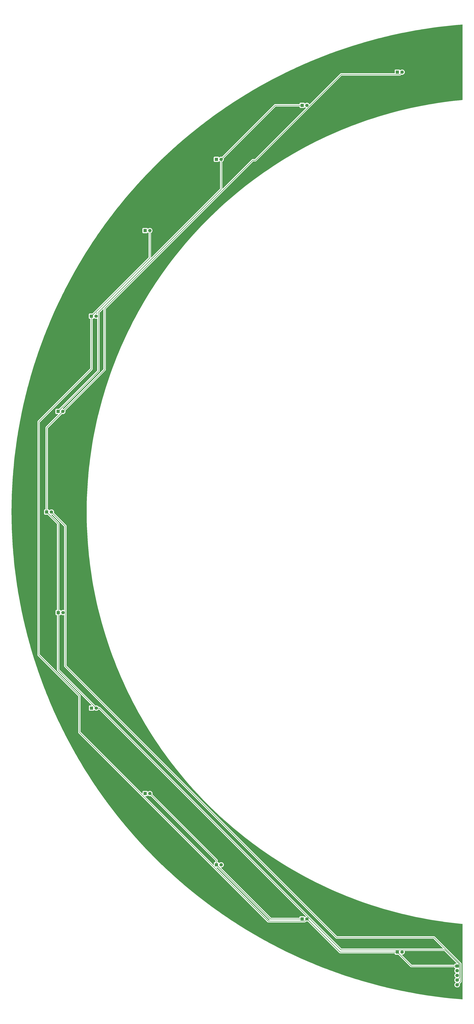
<source format=gtl>
G04 #@! TF.GenerationSoftware,KiCad,Pcbnew,7.0.1-3b83917a11~172~ubuntu20.04.1*
G04 #@! TF.CreationDate,2023-04-19T14:39:26+02:00*
G04 #@! TF.ProjectId,nowcast,6e6f7763-6173-4742-9e6b-696361645f70,rev?*
G04 #@! TF.SameCoordinates,Original*
G04 #@! TF.FileFunction,Copper,L1,Top*
G04 #@! TF.FilePolarity,Positive*
%FSLAX46Y46*%
G04 Gerber Fmt 4.6, Leading zero omitted, Abs format (unit mm)*
G04 Created by KiCad (PCBNEW 7.0.1-3b83917a11~172~ubuntu20.04.1) date 2023-04-19 14:39:26*
%MOMM*%
%LPD*%
G01*
G04 APERTURE LIST*
G04 Aperture macros list*
%AMRoundRect*
0 Rectangle with rounded corners*
0 $1 Rounding radius*
0 $2 $3 $4 $5 $6 $7 $8 $9 X,Y pos of 4 corners*
0 Add a 4 corners polygon primitive as box body*
4,1,4,$2,$3,$4,$5,$6,$7,$8,$9,$2,$3,0*
0 Add four circle primitives for the rounded corners*
1,1,$1+$1,$2,$3*
1,1,$1+$1,$4,$5*
1,1,$1+$1,$6,$7*
1,1,$1+$1,$8,$9*
0 Add four rect primitives between the rounded corners*
20,1,$1+$1,$2,$3,$4,$5,0*
20,1,$1+$1,$4,$5,$6,$7,0*
20,1,$1+$1,$6,$7,$8,$9,0*
20,1,$1+$1,$8,$9,$2,$3,0*%
G04 Aperture macros list end*
G04 #@! TA.AperFunction,ComponentPad*
%ADD10R,1.800000X1.800000*%
G04 #@! TD*
G04 #@! TA.AperFunction,ComponentPad*
%ADD11C,1.800000*%
G04 #@! TD*
G04 #@! TA.AperFunction,ComponentPad*
%ADD12RoundRect,0.250000X-0.725000X0.600000X-0.725000X-0.600000X0.725000X-0.600000X0.725000X0.600000X0*%
G04 #@! TD*
G04 #@! TA.AperFunction,ComponentPad*
%ADD13O,1.950000X1.700000*%
G04 #@! TD*
G04 #@! TA.AperFunction,Conductor*
%ADD14C,0.250000*%
G04 #@! TD*
G04 APERTURE END LIST*
D10*
X701560000Y-461200000D03*
D11*
X704100000Y-461200000D03*
D10*
X683825000Y-511875000D03*
D11*
X686365000Y-511875000D03*
D10*
X864360000Y-331425000D03*
D11*
X866900000Y-331425000D03*
D10*
X730150000Y-715075000D03*
D11*
X732690000Y-715075000D03*
D10*
X677775000Y-565375000D03*
D11*
X680315000Y-565375000D03*
D10*
X864360000Y-799375000D03*
D11*
X866900000Y-799375000D03*
D10*
X768075000Y-377775000D03*
D11*
X770615000Y-377775000D03*
D10*
X701635000Y-669625000D03*
D11*
X704175000Y-669625000D03*
D10*
X768100000Y-752975000D03*
D11*
X770640000Y-752975000D03*
D10*
X683900000Y-618825000D03*
D11*
X686440000Y-618825000D03*
D10*
X730125000Y-415675000D03*
D11*
X732665000Y-415675000D03*
D12*
X896175000Y-806800000D03*
D13*
X896175000Y-809300000D03*
X896175000Y-811800000D03*
X896175000Y-814300000D03*
X896175000Y-816800000D03*
D10*
X813725000Y-349075000D03*
D11*
X816265000Y-349075000D03*
D10*
X813700000Y-781750000D03*
D11*
X816240000Y-781750000D03*
D14*
X768100000Y-750485000D02*
X732690000Y-715075000D01*
X768100000Y-752975000D02*
X768100000Y-750485000D01*
X796875000Y-781750000D02*
X768100000Y-752975000D01*
X813700000Y-781750000D02*
X796875000Y-781750000D01*
X673500000Y-641350000D02*
X695175000Y-663025000D01*
X815015000Y-782975000D02*
X816240000Y-781750000D01*
X673500000Y-517350000D02*
X673500000Y-641350000D01*
X896175000Y-806800000D02*
X871785000Y-806800000D01*
X701560000Y-489290000D02*
X673500000Y-517350000D01*
X701560000Y-461200000D02*
X701560000Y-489290000D01*
X695175000Y-682500000D02*
X795650000Y-782975000D01*
X871785000Y-806800000D02*
X864360000Y-799375000D01*
X732665000Y-415675000D02*
X732665000Y-430095000D01*
X732665000Y-430095000D02*
X701560000Y-461200000D01*
X833865000Y-799375000D02*
X816240000Y-781750000D01*
X695175000Y-663025000D02*
X695175000Y-682500000D01*
X795650000Y-782975000D02*
X815015000Y-782975000D01*
X864360000Y-799375000D02*
X833865000Y-799375000D01*
X686365000Y-511875000D02*
X708625000Y-489615000D01*
X677775000Y-565375000D02*
X677775000Y-520465000D01*
X834372412Y-798150000D02*
X889663173Y-798150000D01*
X865675000Y-332650000D02*
X866900000Y-331425000D01*
X683900000Y-571500000D02*
X677775000Y-565375000D01*
X787375000Y-378275000D02*
X788797412Y-378275000D01*
X897475000Y-805961827D02*
X897475000Y-813000000D01*
X708625000Y-489615000D02*
X708625000Y-457050000D01*
X788797412Y-378275000D02*
X834422412Y-332650000D01*
X683900000Y-618825000D02*
X683900000Y-571500000D01*
X897475000Y-813000000D02*
X896175000Y-814300000D01*
X733350000Y-432300000D02*
X787375000Y-378275000D01*
X889663173Y-798150000D02*
X897475000Y-805961827D01*
X733350000Y-432325000D02*
X733350000Y-432300000D01*
X704175000Y-669625000D02*
X705847412Y-669625000D01*
X704175000Y-669625000D02*
X683900000Y-649350000D01*
X834422412Y-332650000D02*
X865675000Y-332650000D01*
X705847412Y-669625000D02*
X834372412Y-798150000D01*
X683900000Y-649350000D02*
X683900000Y-618825000D01*
X708625000Y-457050000D02*
X733350000Y-432325000D01*
X677775000Y-520465000D02*
X686365000Y-511875000D01*
X799315000Y-349075000D02*
X770615000Y-377775000D01*
X883875000Y-791650000D02*
X832100000Y-791650000D01*
X813725000Y-349075000D02*
X799315000Y-349075000D01*
X770615000Y-393735000D02*
X770615000Y-377775000D01*
X832100000Y-791650000D02*
X687650000Y-647200000D01*
X687665000Y-645247896D02*
X687665000Y-645075000D01*
X687665000Y-572725000D02*
X680315000Y-565375000D01*
X705325000Y-490375000D02*
X705325000Y-459025000D01*
X897924501Y-805699501D02*
X883875000Y-791650000D01*
X687650000Y-645090000D02*
X687665000Y-645075000D01*
X683825000Y-511875000D02*
X705325000Y-490375000D01*
X897924501Y-815050499D02*
X897924501Y-805699501D01*
X896175000Y-816800000D02*
X897924501Y-815050499D01*
X705325000Y-459025000D02*
X770615000Y-393735000D01*
X687665000Y-645075000D02*
X687665000Y-572725000D01*
X687650000Y-647200000D02*
X687650000Y-645090000D01*
G04 #@! TA.AperFunction,NonConductor*
G36*
X898984300Y-306118149D02*
G01*
X899033974Y-306163854D01*
X899052347Y-306228807D01*
X899052347Y-346121491D01*
X899037566Y-346180204D01*
X898996746Y-346224920D01*
X898939620Y-346244978D01*
X897579134Y-346369171D01*
X894635741Y-346677842D01*
X893390576Y-346825381D01*
X891696728Y-347026084D01*
X891257761Y-347084094D01*
X888762723Y-347413821D01*
X885834100Y-347841008D01*
X884311827Y-348084012D01*
X882911551Y-348307541D01*
X881136682Y-348615406D01*
X879995476Y-348813357D01*
X877086590Y-349358332D01*
X874185241Y-349942399D01*
X871292013Y-350565443D01*
X868407395Y-351227357D01*
X865531959Y-351928009D01*
X862666259Y-352667268D01*
X862666230Y-352667276D01*
X859810692Y-353445027D01*
X859070624Y-353657330D01*
X856965850Y-354261127D01*
X854132311Y-355115403D01*
X851310431Y-356007745D01*
X848500877Y-356937945D01*
X845704091Y-357905855D01*
X845704074Y-357905861D01*
X842920540Y-358911313D01*
X842082627Y-359226783D01*
X840150754Y-359954127D01*
X837395314Y-361034082D01*
X834654584Y-362151032D01*
X831929217Y-363304711D01*
X831929193Y-363304721D01*
X831929173Y-363304730D01*
X831153001Y-363645676D01*
X829219498Y-364494998D01*
X826526092Y-365721603D01*
X823849437Y-366984326D01*
X821190009Y-368282942D01*
X818548260Y-369617230D01*
X815924758Y-370986902D01*
X813319917Y-372391744D01*
X813319901Y-372391752D01*
X813319873Y-372391768D01*
X810734133Y-373831541D01*
X810734110Y-373831553D01*
X810734096Y-373831562D01*
X808168011Y-375305955D01*
X805667347Y-376787859D01*
X805621922Y-376814778D01*
X805601707Y-376827128D01*
X803096313Y-378357741D01*
X800591836Y-379934447D01*
X798108675Y-381544778D01*
X795647487Y-383188310D01*
X793208494Y-384864894D01*
X790792461Y-386574004D01*
X788399470Y-388315583D01*
X786030216Y-390089123D01*
X783684977Y-391894420D01*
X781364292Y-393731055D01*
X779068523Y-395598743D01*
X776798041Y-397497180D01*
X774553354Y-399425946D01*
X772334729Y-401384807D01*
X770142702Y-403373296D01*
X767977694Y-405391022D01*
X765839914Y-407437798D01*
X763729972Y-409513035D01*
X761647991Y-411616614D01*
X759594602Y-413747899D01*
X757570070Y-415906613D01*
X755574691Y-418092443D01*
X753608998Y-420304801D01*
X751673137Y-422543524D01*
X749767641Y-424807997D01*
X747892766Y-427097914D01*
X746048804Y-429412918D01*
X744236217Y-431752435D01*
X742455257Y-434116133D01*
X740706253Y-436503574D01*
X738989489Y-438914377D01*
X737305344Y-441348007D01*
X735654056Y-443804121D01*
X734036034Y-446282106D01*
X734036012Y-446282140D01*
X734036002Y-446282156D01*
X733628302Y-446925279D01*
X732451415Y-448781754D01*
X730900554Y-451302510D01*
X729383795Y-453843813D01*
X727901358Y-456405290D01*
X726453462Y-458986566D01*
X725040487Y-461586962D01*
X723662589Y-464206192D01*
X722320004Y-466843808D01*
X721013109Y-469499067D01*
X719741980Y-472171817D01*
X718506948Y-474861362D01*
X717308192Y-477567311D01*
X716145983Y-480289052D01*
X715020456Y-483026269D01*
X713931862Y-485778355D01*
X712880385Y-488544836D01*
X711866221Y-491325210D01*
X710889548Y-494118974D01*
X709950562Y-496925578D01*
X709049386Y-499744650D01*
X708186235Y-502575521D01*
X707361228Y-505417795D01*
X706574548Y-508270840D01*
X705826284Y-511134349D01*
X705243668Y-513493228D01*
X705116648Y-514007503D01*
X704781126Y-515448983D01*
X704445706Y-516890021D01*
X703813601Y-519781301D01*
X703220450Y-522680807D01*
X702666367Y-525587971D01*
X702151418Y-528502455D01*
X701675737Y-531423520D01*
X701239391Y-534350720D01*
X700842451Y-537283607D01*
X700485020Y-540221403D01*
X700370285Y-541283411D01*
X700167124Y-543163893D01*
X700042701Y-544481292D01*
X699888840Y-546110386D01*
X699650227Y-549060217D01*
X699451309Y-552013128D01*
X699292131Y-554968448D01*
X699172725Y-557925567D01*
X699093110Y-560884026D01*
X699053298Y-563843360D01*
X699053298Y-566802888D01*
X699093110Y-569762221D01*
X699172725Y-572720680D01*
X699292131Y-575677799D01*
X699451309Y-578633119D01*
X699650227Y-581586030D01*
X699888840Y-584535861D01*
X699888844Y-584535907D01*
X700167124Y-587482355D01*
X700280359Y-588530471D01*
X700485020Y-590424844D01*
X700842451Y-593362640D01*
X701239391Y-596295527D01*
X701675737Y-599222727D01*
X702151418Y-602143792D01*
X702666367Y-605058276D01*
X703220450Y-607965440D01*
X703813601Y-610864946D01*
X703813606Y-610864969D01*
X704445709Y-613756239D01*
X705116648Y-616638745D01*
X705116663Y-616638806D01*
X705116664Y-616638810D01*
X705826284Y-619511898D01*
X705826296Y-619511946D01*
X705826301Y-619511964D01*
X705925215Y-619890493D01*
X706574548Y-622375407D01*
X706967813Y-623801656D01*
X707361232Y-625228466D01*
X708186231Y-628070714D01*
X708186235Y-628070726D01*
X709049386Y-630901597D01*
X709950562Y-633720669D01*
X710889548Y-636527273D01*
X711866221Y-639321037D01*
X712880385Y-642101411D01*
X713931862Y-644867892D01*
X715020456Y-647619978D01*
X716145983Y-650357195D01*
X717308192Y-653078936D01*
X718506948Y-655784885D01*
X719741980Y-658474430D01*
X721013109Y-661147180D01*
X722320004Y-663802439D01*
X722320030Y-663802490D01*
X723662572Y-666440023D01*
X723662589Y-666440055D01*
X725040487Y-669059285D01*
X726453462Y-671659681D01*
X727901358Y-674240957D01*
X729383795Y-676802434D01*
X730432139Y-678558916D01*
X730900580Y-679343780D01*
X732451407Y-681864480D01*
X734036002Y-684364092D01*
X735654079Y-686842161D01*
X736382830Y-687926100D01*
X737305344Y-689298240D01*
X738989489Y-691731870D01*
X740706253Y-694142673D01*
X742455257Y-696530114D01*
X744236217Y-698893812D01*
X745934158Y-701085355D01*
X746048830Y-701233362D01*
X747892745Y-703548308D01*
X749767633Y-705838241D01*
X751673155Y-708102745D01*
X753608968Y-710341412D01*
X753608990Y-710341437D01*
X753608998Y-710341446D01*
X754250130Y-711063031D01*
X755574719Y-712553836D01*
X756956514Y-714067517D01*
X757570070Y-714739634D01*
X759594602Y-716898348D01*
X760739823Y-718087013D01*
X761648026Y-719029669D01*
X763729924Y-721133165D01*
X763729972Y-721133212D01*
X765839914Y-723208449D01*
X767977694Y-725255225D01*
X769975168Y-727116814D01*
X770142734Y-727272981D01*
X771237926Y-728266479D01*
X772334729Y-729261440D01*
X772626804Y-729519318D01*
X774553322Y-731220274D01*
X775328642Y-731886474D01*
X776798041Y-733149067D01*
X777279895Y-733551964D01*
X779068502Y-735047487D01*
X779068523Y-735047504D01*
X781364292Y-736915192D01*
X783233966Y-738394888D01*
X783685005Y-738751849D01*
X784233050Y-739173718D01*
X786030216Y-740557124D01*
X787213781Y-741443099D01*
X788399491Y-742330680D01*
X790555553Y-743899825D01*
X790792461Y-744072243D01*
X793208494Y-745781353D01*
X793208533Y-745781379D01*
X793208546Y-745781389D01*
X795647452Y-747457914D01*
X798003031Y-749030922D01*
X798108675Y-749101469D01*
X800591836Y-750711800D01*
X803096313Y-752288506D01*
X803096348Y-752288527D01*
X803096376Y-752288545D01*
X805621922Y-753831470D01*
X808167994Y-755340282D01*
X810734133Y-756814707D01*
X813319873Y-758254480D01*
X815924747Y-759659339D01*
X818548284Y-761029030D01*
X821190008Y-762363305D01*
X823849442Y-763661924D01*
X826526104Y-764924650D01*
X829219510Y-766151255D01*
X831929173Y-767341518D01*
X834654602Y-768495223D01*
X837395304Y-769612161D01*
X840150782Y-770692131D01*
X842920540Y-771734935D01*
X845704074Y-772740387D01*
X848500882Y-773708304D01*
X851310457Y-774638511D01*
X854132292Y-775530839D01*
X855586342Y-775969216D01*
X856965850Y-776385120D01*
X856965866Y-776385124D01*
X856965874Y-776385127D01*
X859810692Y-777201221D01*
X862666230Y-777978972D01*
X863927990Y-778304465D01*
X865531959Y-778718238D01*
X866777902Y-779021834D01*
X868407401Y-779418892D01*
X871291994Y-780080800D01*
X871292013Y-780080804D01*
X874185241Y-780703848D01*
X876094413Y-781088181D01*
X877086584Y-781287914D01*
X879995534Y-781832901D01*
X882911551Y-782338707D01*
X885834109Y-782805241D01*
X888762678Y-783232420D01*
X888762719Y-783232425D01*
X888762723Y-783232426D01*
X888888545Y-783249053D01*
X891696728Y-783620164D01*
X894635729Y-783968404D01*
X897579149Y-784277078D01*
X898436650Y-784355355D01*
X898939620Y-784401270D01*
X898996746Y-784421328D01*
X899037566Y-784466044D01*
X899052347Y-784524757D01*
X899052347Y-824417441D01*
X899033974Y-824482394D01*
X898984300Y-824528099D01*
X898918046Y-824541012D01*
X895855007Y-824285664D01*
X895853482Y-824285528D01*
X892659755Y-823979541D01*
X892658232Y-823979385D01*
X889468686Y-823634012D01*
X889467165Y-823633838D01*
X886282046Y-823249105D01*
X886280527Y-823248912D01*
X883100469Y-822824898D01*
X883098953Y-822824687D01*
X879924213Y-822361423D01*
X879922700Y-822361192D01*
X876934526Y-821887408D01*
X876749002Y-821857929D01*
X876747532Y-821857686D01*
X873944205Y-821377659D01*
X873944204Y-821377658D01*
X873578920Y-821314964D01*
X873577460Y-821314704D01*
X870918345Y-820825508D01*
X870508171Y-820749864D01*
X870415727Y-820732816D01*
X870414334Y-820732550D01*
X869832519Y-820618070D01*
X867869519Y-820231825D01*
X867260124Y-820111610D01*
X867258683Y-820111317D01*
X864808832Y-819597786D01*
X864112239Y-819451375D01*
X864110808Y-819451065D01*
X861739111Y-818923269D01*
X860972950Y-818752293D01*
X860971529Y-818751967D01*
X858667220Y-818209227D01*
X857842437Y-818014406D01*
X857841026Y-818014064D01*
X855595704Y-817455873D01*
X854721335Y-817237860D01*
X854719935Y-817237503D01*
X852526333Y-816663325D01*
X852526193Y-816663288D01*
X852526121Y-816663270D01*
X852526121Y-816663269D01*
X851610011Y-816422749D01*
X851608621Y-816422376D01*
X849461005Y-815831811D01*
X849460910Y-815831785D01*
X848508969Y-815569201D01*
X848507591Y-815568812D01*
X846400752Y-814961387D01*
X846400651Y-814961358D01*
X845418899Y-814677409D01*
X845417531Y-814677005D01*
X843348043Y-814052577D01*
X843065475Y-813967041D01*
X842339892Y-813747400D01*
X842338591Y-813746998D01*
X840302948Y-813105258D01*
X840302303Y-813105054D01*
X840302302Y-813105054D01*
X839272939Y-812779473D01*
X839271594Y-812779039D01*
X837266295Y-812119541D01*
X837266291Y-812119538D01*
X836217967Y-811773608D01*
X836216633Y-811773160D01*
X834240909Y-811096248D01*
X834240865Y-811096233D01*
X834084347Y-811042424D01*
X833175728Y-810730050D01*
X833174406Y-810729587D01*
X831226549Y-810035238D01*
X831226421Y-810035192D01*
X830146583Y-809648923D01*
X830145272Y-809648446D01*
X828223274Y-808936450D01*
X828223140Y-808936400D01*
X827131097Y-808530426D01*
X827129799Y-808529935D01*
X825232235Y-807800227D01*
X825232112Y-807800134D01*
X825232097Y-807800174D01*
X824129659Y-807374708D01*
X824128373Y-807374203D01*
X822254174Y-806626793D01*
X822254029Y-806626735D01*
X821142778Y-806181962D01*
X821141504Y-806181444D01*
X819290283Y-805416577D01*
X818170831Y-804952341D01*
X818169585Y-804951817D01*
X816339799Y-804169222D01*
X816339663Y-804169112D01*
X816339645Y-804169156D01*
X815214280Y-803686031D01*
X815213032Y-803685486D01*
X813404222Y-802885307D01*
X813404082Y-802885192D01*
X813404063Y-802885237D01*
X812273715Y-802383289D01*
X812272478Y-802382731D01*
X810483675Y-801564849D01*
X810483511Y-801564774D01*
X809349544Y-801044296D01*
X809348320Y-801043726D01*
X807579162Y-800208269D01*
X807578993Y-800208189D01*
X806442053Y-799669184D01*
X806440842Y-799668602D01*
X804690734Y-798815561D01*
X804690560Y-798815476D01*
X803551925Y-798258276D01*
X803550727Y-798257682D01*
X801819356Y-797387160D01*
X801819177Y-797387070D01*
X800679307Y-796811643D01*
X800678123Y-796811037D01*
X798965383Y-795923226D01*
X798965225Y-795923081D01*
X798965200Y-795923131D01*
X797824873Y-795329623D01*
X797823702Y-795329005D01*
X796129061Y-794423861D01*
X796128901Y-794423710D01*
X796128874Y-794423761D01*
X794988961Y-793812392D01*
X794987816Y-793811769D01*
X793311151Y-792889443D01*
X793310989Y-792889287D01*
X793310961Y-792889338D01*
X792172019Y-792260187D01*
X792171045Y-792259642D01*
X790953962Y-791570423D01*
X790512000Y-791320145D01*
X790511804Y-791320034D01*
X789374684Y-790673364D01*
X789373553Y-790672713D01*
X787731882Y-789716098D01*
X787731682Y-789715981D01*
X786597046Y-789051975D01*
X786595928Y-789051313D01*
X784971767Y-788077848D01*
X784971563Y-788077725D01*
X783839698Y-787396365D01*
X783838594Y-787395693D01*
X782231501Y-786405287D01*
X782231293Y-786405158D01*
X781663123Y-786053463D01*
X781103030Y-785706768D01*
X781102057Y-785706159D01*
X779512070Y-784699002D01*
X779511858Y-784698867D01*
X778387484Y-783983454D01*
X778386408Y-783982762D01*
X777030106Y-783099981D01*
X776813809Y-782959199D01*
X776204506Y-782560818D01*
X775693447Y-782226671D01*
X775692385Y-782225969D01*
X774289355Y-781287915D01*
X774136639Y-781185810D01*
X773021336Y-780436691D01*
X773020401Y-780436057D01*
X771901691Y-779667944D01*
X771481397Y-779379367D01*
X771481175Y-779379214D01*
X770371655Y-778613851D01*
X770370621Y-778613130D01*
X769471013Y-777978972D01*
X768848434Y-777540099D01*
X767744701Y-776758359D01*
X767743681Y-776757629D01*
X766238719Y-775668682D01*
X766238490Y-775668516D01*
X765140790Y-774870434D01*
X765139785Y-774869695D01*
X764499384Y-774394165D01*
X763651580Y-773764628D01*
X763651426Y-773764513D01*
X762560651Y-772950606D01*
X762559659Y-772949859D01*
X761088439Y-771828965D01*
X761088204Y-771828785D01*
X760004191Y-770998807D01*
X760003214Y-770998051D01*
X758549188Y-769861616D01*
X758548951Y-769861430D01*
X757472233Y-769015660D01*
X757471270Y-769014896D01*
X756034203Y-767862858D01*
X755387201Y-767341536D01*
X754964994Y-767001342D01*
X754964045Y-767000571D01*
X754653757Y-766745470D01*
X753543881Y-765832992D01*
X752482915Y-764956208D01*
X752481981Y-764955429D01*
X751078996Y-763772648D01*
X751078751Y-763772441D01*
X750026127Y-762880360D01*
X750025208Y-762879573D01*
X749039948Y-762027925D01*
X748639541Y-761681818D01*
X747595305Y-760774367D01*
X747594434Y-760773602D01*
X746225958Y-759560868D01*
X746225708Y-759560646D01*
X745190885Y-758638613D01*
X745189995Y-758637813D01*
X743838556Y-757410060D01*
X742812761Y-756473002D01*
X742811926Y-756472231D01*
X742387124Y-756076626D01*
X741477899Y-755229891D01*
X740461822Y-754278339D01*
X740461166Y-754277718D01*
X739269234Y-753139910D01*
X739144453Y-753020795D01*
X739144198Y-753020551D01*
X738138287Y-752054837D01*
X738137441Y-752054017D01*
X736838131Y-750782682D01*
X735842202Y-749802537D01*
X735841496Y-749801836D01*
X734559774Y-748516356D01*
X733574384Y-747522239D01*
X733573567Y-747521407D01*
X732309493Y-746221931D01*
X732309235Y-746221665D01*
X731334712Y-745213824D01*
X731334206Y-745213296D01*
X730655125Y-744497731D01*
X730087965Y-743900099D01*
X730087705Y-743899825D01*
X729123977Y-742878102D01*
X729123190Y-742877259D01*
X727894800Y-741550446D01*
X726942283Y-740515192D01*
X726941511Y-740514345D01*
X725730986Y-739174009D01*
X725730724Y-739173718D01*
X724789959Y-738125449D01*
X724789202Y-738124597D01*
X723596635Y-736770919D01*
X723596373Y-736770621D01*
X722667196Y-735709081D01*
X722666760Y-735708578D01*
X721492174Y-734341651D01*
X721491912Y-734341345D01*
X720574722Y-733266911D01*
X720573994Y-733266050D01*
X719887748Y-732447193D01*
X719417696Y-731886308D01*
X718512500Y-730798911D01*
X718511924Y-730798213D01*
X717373832Y-729405626D01*
X717373570Y-729405303D01*
X716481086Y-728305738D01*
X716480387Y-728304870D01*
X715360805Y-726899885D01*
X715360542Y-726899554D01*
X714480526Y-725787453D01*
X714479843Y-725786581D01*
X713378761Y-724369261D01*
X713378498Y-724368921D01*
X712511321Y-723244681D01*
X712510652Y-723243806D01*
X711427993Y-721814111D01*
X710573693Y-720677709D01*
X710573087Y-720676896D01*
X710133092Y-720080713D01*
X709509045Y-719235143D01*
X709508796Y-719234803D01*
X709358502Y-719029633D01*
X708668000Y-718087013D01*
X708667561Y-718086409D01*
X707622099Y-716632606D01*
X706794440Y-715472861D01*
X706793995Y-715472231D01*
X705767801Y-714007404D01*
X705767567Y-714007068D01*
X704953401Y-712835791D01*
X704952964Y-712835156D01*
X703945663Y-711358842D01*
X703945404Y-711358461D01*
X703257007Y-710341446D01*
X703145182Y-710176239D01*
X703144749Y-710175592D01*
X702156252Y-708687713D01*
X701370062Y-707494621D01*
X701369480Y-707493730D01*
X701358432Y-707476647D01*
X700400174Y-705994916D01*
X699628130Y-704791072D01*
X699627563Y-704790179D01*
X698677740Y-703280952D01*
X698677485Y-703280546D01*
X697919838Y-702066285D01*
X697919285Y-702065391D01*
X696988722Y-700545463D01*
X696988469Y-700545048D01*
X696245272Y-699320401D01*
X696244734Y-699319505D01*
X695333557Y-697789130D01*
X694604811Y-696554030D01*
X694604419Y-696553358D01*
X693712639Y-695012603D01*
X692998833Y-693767818D01*
X692998355Y-693766977D01*
X692444076Y-692781468D01*
X692126228Y-692216332D01*
X691427357Y-690961807D01*
X691426984Y-690961133D01*
X690574476Y-689400590D01*
X689890600Y-688136369D01*
X689890363Y-688135926D01*
X689057875Y-686566279D01*
X689057638Y-686565830D01*
X688389010Y-685292323D01*
X688388832Y-685291981D01*
X687576224Y-683713029D01*
X687575985Y-683712563D01*
X687192399Y-682959426D01*
X686922752Y-682429997D01*
X686922487Y-682429471D01*
X686129894Y-680841530D01*
X686129720Y-680841180D01*
X685491992Y-679549713D01*
X685491795Y-679549311D01*
X684719152Y-677952298D01*
X684718920Y-677951814D01*
X684387680Y-677259531D01*
X684097030Y-676652079D01*
X684096732Y-676651452D01*
X683344245Y-675045839D01*
X682738009Y-673737403D01*
X682737610Y-673736532D01*
X682005370Y-672122561D01*
X681414998Y-670805814D01*
X681414834Y-670805443D01*
X680702835Y-669183153D01*
X680128512Y-667858454D01*
X680128166Y-667857645D01*
X679436634Y-666227594D01*
X678878475Y-664895155D01*
X678878350Y-664894854D01*
X678207199Y-663256892D01*
X678207061Y-663256552D01*
X677665272Y-661916825D01*
X677665077Y-661916338D01*
X677014423Y-660270783D01*
X676489069Y-658923894D01*
X676488725Y-658923002D01*
X676112172Y-657935180D01*
X675858788Y-657270471D01*
X675349734Y-655916010D01*
X675349621Y-655915707D01*
X674740339Y-654256081D01*
X674247860Y-652894714D01*
X674247690Y-652894238D01*
X673659174Y-651227872D01*
X673183472Y-649860110D01*
X673183187Y-649859279D01*
X673167534Y-649813152D01*
X672615521Y-648186464D01*
X672156565Y-646812175D01*
X671609612Y-645132537D01*
X671167568Y-643752166D01*
X671167470Y-643751857D01*
X670641478Y-642066184D01*
X670216469Y-640680076D01*
X670216371Y-640679752D01*
X669711436Y-638988409D01*
X669711324Y-638988030D01*
X669303458Y-637596514D01*
X669303313Y-637596014D01*
X668819390Y-635898895D01*
X668428646Y-634501860D01*
X668428488Y-634501289D01*
X667965743Y-632799023D01*
X667592118Y-631396395D01*
X667592027Y-631396047D01*
X667150394Y-629688440D01*
X666794163Y-628281197D01*
X666794023Y-628280636D01*
X666373703Y-626568514D01*
X666373551Y-626567887D01*
X666335643Y-626409935D01*
X666034752Y-625156175D01*
X666034637Y-625155688D01*
X665635489Y-623438523D01*
X665314034Y-622021917D01*
X665313954Y-622021556D01*
X664936106Y-620299920D01*
X664632176Y-618879155D01*
X664632095Y-618878769D01*
X664275578Y-617152833D01*
X663989206Y-615728019D01*
X663654121Y-613998320D01*
X663653996Y-613997662D01*
X663601783Y-613720121D01*
X663385268Y-612569196D01*
X663385258Y-612569142D01*
X663071599Y-610835701D01*
X662820490Y-609403385D01*
X662820445Y-609403128D01*
X662528252Y-607666192D01*
X662294887Y-606230682D01*
X662294860Y-606230516D01*
X662024212Y-604490625D01*
X662024151Y-604490223D01*
X661808604Y-603051971D01*
X661808533Y-603051486D01*
X661559392Y-601308437D01*
X661361663Y-599867418D01*
X661361568Y-599866708D01*
X661277620Y-599222727D01*
X661133987Y-598120897D01*
X660954086Y-596677124D01*
X660748118Y-594929007D01*
X660748048Y-594928392D01*
X660586044Y-593482381D01*
X660586024Y-593482201D01*
X660401653Y-591731672D01*
X660257548Y-590283374D01*
X660094805Y-588530741D01*
X660094781Y-588530471D01*
X659968654Y-587080651D01*
X659968624Y-587080298D01*
X659827544Y-585325973D01*
X659719376Y-583874387D01*
X659599957Y-582118346D01*
X659509783Y-580665388D01*
X659509768Y-580665138D01*
X659412053Y-578908048D01*
X659339902Y-577454171D01*
X659339870Y-577453461D01*
X659263891Y-575696144D01*
X659263861Y-575695399D01*
X659209741Y-574240827D01*
X659209739Y-574240771D01*
X659155434Y-572481817D01*
X659119338Y-571026230D01*
X659086752Y-569266749D01*
X659068705Y-567811022D01*
X659068703Y-567810817D01*
X659057843Y-566051480D01*
X659057841Y-566050715D01*
X659057841Y-564595533D01*
X659057843Y-564594768D01*
X659061774Y-563957887D01*
X659068702Y-562835441D01*
X659068705Y-562835236D01*
X659086754Y-561379369D01*
X659119340Y-559619886D01*
X659155438Y-558164296D01*
X659209740Y-556405428D01*
X659263867Y-554950689D01*
X659263891Y-554950102D01*
X659339870Y-553192785D01*
X659339906Y-553191995D01*
X659412056Y-551738146D01*
X659509781Y-549980871D01*
X659599952Y-548527972D01*
X659719378Y-546771830D01*
X659827552Y-545320181D01*
X659968648Y-543565658D01*
X660094788Y-542115693D01*
X660257543Y-540362929D01*
X660401645Y-538914655D01*
X660586043Y-537163870D01*
X660748066Y-535717696D01*
X660748129Y-535717150D01*
X660954091Y-533969082D01*
X661133982Y-532525389D01*
X661361599Y-530779298D01*
X661361651Y-530778914D01*
X661559381Y-529337885D01*
X661808577Y-527594447D01*
X662024160Y-526155960D01*
X662024168Y-526155902D01*
X662294878Y-524415619D01*
X662528269Y-522979954D01*
X662820485Y-521242885D01*
X663071570Y-519810709D01*
X663385280Y-518076983D01*
X663525769Y-517330194D01*
X672869840Y-517330194D01*
X672873950Y-517373675D01*
X672874500Y-517385344D01*
X672874500Y-641267256D01*
X672872235Y-641287762D01*
X672874439Y-641357873D01*
X672874500Y-641361768D01*
X672874500Y-641389349D01*
X672875003Y-641393334D01*
X672875918Y-641404967D01*
X672877290Y-641448626D01*
X672882879Y-641467860D01*
X672886825Y-641486916D01*
X672889335Y-641506792D01*
X672905414Y-641547404D01*
X672909197Y-641558451D01*
X672921382Y-641600391D01*
X672931580Y-641617635D01*
X672940136Y-641635100D01*
X672947514Y-641653732D01*
X672947515Y-641653733D01*
X672973180Y-641689059D01*
X672979593Y-641698822D01*
X673001826Y-641736416D01*
X673001829Y-641736419D01*
X673001830Y-641736420D01*
X673015995Y-641750585D01*
X673028627Y-641765375D01*
X673040406Y-641781587D01*
X673074058Y-641809426D01*
X673082699Y-641817289D01*
X694513181Y-663247772D01*
X694540061Y-663288000D01*
X694549500Y-663335453D01*
X694549500Y-682417256D01*
X694547235Y-682437762D01*
X694549439Y-682507873D01*
X694549500Y-682511768D01*
X694549500Y-682539349D01*
X694550003Y-682543334D01*
X694550918Y-682554967D01*
X694552290Y-682598626D01*
X694557879Y-682617860D01*
X694561825Y-682636916D01*
X694564335Y-682656792D01*
X694580414Y-682697404D01*
X694584197Y-682708451D01*
X694596382Y-682750391D01*
X694606580Y-682767635D01*
X694615136Y-682785100D01*
X694622514Y-682803732D01*
X694622515Y-682803733D01*
X694648180Y-682839059D01*
X694654593Y-682848822D01*
X694676826Y-682886416D01*
X694676829Y-682886419D01*
X694676830Y-682886420D01*
X694690995Y-682900585D01*
X694703627Y-682915375D01*
X694715406Y-682931587D01*
X694749058Y-682959426D01*
X694757699Y-682967289D01*
X795149197Y-783358787D01*
X795162098Y-783374889D01*
X795164212Y-783376874D01*
X795164214Y-783376877D01*
X795211561Y-783421339D01*
X795213240Y-783422916D01*
X795216035Y-783425625D01*
X795235530Y-783445120D01*
X795238704Y-783447582D01*
X795247568Y-783455153D01*
X795279418Y-783485062D01*
X795289914Y-783490832D01*
X795296974Y-783494714D01*
X795313231Y-783505392D01*
X795329064Y-783517674D01*
X795345185Y-783524649D01*
X795369156Y-783535023D01*
X795379643Y-783540160D01*
X795417908Y-783561197D01*
X795437316Y-783566180D01*
X795455710Y-783572478D01*
X795474105Y-783580438D01*
X795517254Y-783587271D01*
X795528680Y-783589638D01*
X795544222Y-783593629D01*
X795570980Y-783600500D01*
X795570981Y-783600500D01*
X795591016Y-783600500D01*
X795610413Y-783602026D01*
X795630196Y-783605160D01*
X795673674Y-783601050D01*
X795685344Y-783600500D01*
X814932256Y-783600500D01*
X814952762Y-783602764D01*
X814955665Y-783602672D01*
X814955667Y-783602673D01*
X815022872Y-783600561D01*
X815026768Y-783600500D01*
X815054349Y-783600500D01*
X815054350Y-783600500D01*
X815058319Y-783599998D01*
X815069965Y-783599080D01*
X815113627Y-783597709D01*
X815132859Y-783592120D01*
X815151918Y-783588174D01*
X815159091Y-783587268D01*
X815171792Y-783585664D01*
X815212407Y-783569582D01*
X815223444Y-783565803D01*
X815265390Y-783553618D01*
X815282629Y-783543422D01*
X815300102Y-783534862D01*
X815318732Y-783527486D01*
X815354064Y-783501814D01*
X815363830Y-783495400D01*
X815401418Y-783473171D01*
X815401417Y-783473171D01*
X815401420Y-783473170D01*
X815415585Y-783459004D01*
X815430373Y-783446373D01*
X815446587Y-783434594D01*
X815474438Y-783400926D01*
X815482279Y-783392309D01*
X815741480Y-783133108D01*
X815801212Y-783099981D01*
X815869423Y-783103510D01*
X815895019Y-783112298D01*
X816123951Y-783150500D01*
X816356048Y-783150500D01*
X816356049Y-783150500D01*
X816584981Y-783112298D01*
X816610576Y-783103510D01*
X816678788Y-783099983D01*
X816738521Y-783133111D01*
X833364196Y-799758787D01*
X833377096Y-799774888D01*
X833428223Y-799822900D01*
X833431020Y-799825611D01*
X833450529Y-799845120D01*
X833453711Y-799847588D01*
X833462571Y-799855155D01*
X833494418Y-799885062D01*
X833511972Y-799894712D01*
X833528236Y-799905396D01*
X833539972Y-799914499D01*
X833544064Y-799917673D01*
X833568909Y-799928424D01*
X833584152Y-799935021D01*
X833594631Y-799940154D01*
X833632908Y-799961197D01*
X833652306Y-799966177D01*
X833670708Y-799972477D01*
X833689104Y-799980438D01*
X833732261Y-799987273D01*
X833743664Y-799989634D01*
X833785981Y-800000500D01*
X833806016Y-800000500D01*
X833825413Y-800002026D01*
X833845196Y-800005160D01*
X833888674Y-800001050D01*
X833900344Y-800000500D01*
X862835501Y-800000500D01*
X862897501Y-800017113D01*
X862942888Y-800062500D01*
X862959501Y-800124500D01*
X862959501Y-800322872D01*
X862965909Y-800382483D01*
X863016204Y-800517331D01*
X863102454Y-800632546D01*
X863217669Y-800718796D01*
X863352517Y-800769091D01*
X863412127Y-800775500D01*
X864824547Y-800775499D01*
X864872000Y-800784938D01*
X864912228Y-800811818D01*
X871284197Y-807183787D01*
X871297098Y-807199889D01*
X871299212Y-807201874D01*
X871299214Y-807201877D01*
X871346561Y-807246339D01*
X871348240Y-807247916D01*
X871351036Y-807250626D01*
X871370530Y-807270120D01*
X871373704Y-807272582D01*
X871382568Y-807280153D01*
X871414418Y-807310062D01*
X871424914Y-807315832D01*
X871431974Y-807319714D01*
X871448231Y-807330392D01*
X871464064Y-807342674D01*
X871480185Y-807349649D01*
X871504156Y-807360023D01*
X871514643Y-807365160D01*
X871552908Y-807386197D01*
X871572316Y-807391180D01*
X871590710Y-807397478D01*
X871609105Y-807405438D01*
X871652254Y-807412271D01*
X871663680Y-807414638D01*
X871679222Y-807418629D01*
X871705980Y-807425500D01*
X871705981Y-807425500D01*
X871726016Y-807425500D01*
X871745413Y-807427026D01*
X871765196Y-807430160D01*
X871808674Y-807426050D01*
X871820344Y-807425500D01*
X894585019Y-807425500D01*
X894643340Y-807440071D01*
X894687955Y-807480361D01*
X894708377Y-807536900D01*
X894710000Y-807552796D01*
X894765186Y-807719334D01*
X894857288Y-807868657D01*
X894981342Y-807992711D01*
X895136120Y-808088178D01*
X895175604Y-808127091D01*
X895194185Y-808179321D01*
X895188151Y-808234428D01*
X895158706Y-808281397D01*
X895011505Y-808428599D01*
X894913018Y-808569254D01*
X894875964Y-808622172D01*
X894776097Y-808836337D01*
X894714936Y-809064592D01*
X894694340Y-809300000D01*
X894714936Y-809535407D01*
X894776097Y-809763663D01*
X894875965Y-809977829D01*
X895011505Y-810171401D01*
X895178598Y-810338494D01*
X895335596Y-810448425D01*
X895374462Y-810492743D01*
X895388473Y-810550000D01*
X895374462Y-810607257D01*
X895335596Y-810651575D01*
X895178598Y-810761505D01*
X895011508Y-810928595D01*
X895011505Y-810928598D01*
X895011505Y-810928599D01*
X894894127Y-811096233D01*
X894875964Y-811122172D01*
X894776097Y-811336337D01*
X894714936Y-811564592D01*
X894694340Y-811800000D01*
X894714936Y-812035407D01*
X894776097Y-812263663D01*
X894875965Y-812477829D01*
X895011505Y-812671401D01*
X895178598Y-812838494D01*
X895335596Y-812948425D01*
X895374462Y-812992743D01*
X895388473Y-813050000D01*
X895374462Y-813107257D01*
X895335596Y-813151575D01*
X895178598Y-813261505D01*
X895011508Y-813428595D01*
X894875964Y-813622172D01*
X894776097Y-813836337D01*
X894714936Y-814064592D01*
X894694340Y-814299999D01*
X894714936Y-814535407D01*
X894758350Y-814697431D01*
X894776097Y-814763663D01*
X894875965Y-814977829D01*
X895011505Y-815171401D01*
X895178599Y-815338495D01*
X895271476Y-815403528D01*
X895335596Y-815448425D01*
X895374462Y-815492743D01*
X895388473Y-815550000D01*
X895374462Y-815607257D01*
X895335596Y-815651575D01*
X895178598Y-815761505D01*
X895011508Y-815928595D01*
X894875964Y-816122172D01*
X894776097Y-816336337D01*
X894714936Y-816564592D01*
X894694340Y-816800000D01*
X894714936Y-817035407D01*
X894769183Y-817237860D01*
X894776097Y-817263663D01*
X894875965Y-817477829D01*
X895011505Y-817671401D01*
X895178599Y-817838495D01*
X895372171Y-817974035D01*
X895586337Y-818073903D01*
X895814591Y-818135062D01*
X895814592Y-818135063D01*
X895991032Y-818150500D01*
X895991034Y-818150500D01*
X896358966Y-818150500D01*
X896358968Y-818150500D01*
X896476594Y-818140208D01*
X896535408Y-818135063D01*
X896763663Y-818073903D01*
X896977829Y-817974035D01*
X897171401Y-817838495D01*
X897338495Y-817671401D01*
X897474035Y-817477830D01*
X897573903Y-817263663D01*
X897635063Y-817035408D01*
X897655659Y-816800000D01*
X897635063Y-816564592D01*
X897581728Y-816365540D01*
X897581728Y-816301353D01*
X897613820Y-816245768D01*
X898308289Y-815551300D01*
X898324386Y-815538405D01*
X898326374Y-815536286D01*
X898326378Y-815536285D01*
X898372449Y-815487222D01*
X898375067Y-815484522D01*
X898394621Y-815464970D01*
X898397082Y-815461797D01*
X898404657Y-815452926D01*
X898434563Y-815421081D01*
X898444213Y-815403526D01*
X898454901Y-815387256D01*
X898467172Y-815371437D01*
X898467174Y-815371435D01*
X898484527Y-815331331D01*
X898489658Y-815320861D01*
X898510698Y-815282591D01*
X898515676Y-815263198D01*
X898521982Y-815244781D01*
X898523519Y-815241227D01*
X898529939Y-815226395D01*
X898536773Y-815183244D01*
X898539136Y-815171830D01*
X898550001Y-815129518D01*
X898550001Y-815109483D01*
X898551528Y-815090084D01*
X898554661Y-815070303D01*
X898550551Y-815026824D01*
X898550001Y-815015155D01*
X898550001Y-805782245D01*
X898552265Y-805761738D01*
X898550062Y-805691628D01*
X898550001Y-805687733D01*
X898550001Y-805660154D01*
X898549498Y-805656173D01*
X898548581Y-805644520D01*
X898547210Y-805600874D01*
X898541621Y-805581641D01*
X898537675Y-805562583D01*
X898535165Y-805542707D01*
X898519089Y-805502105D01*
X898515305Y-805491054D01*
X898506283Y-805460001D01*
X898503119Y-805449111D01*
X898492915Y-805431856D01*
X898484362Y-805414396D01*
X898476987Y-805395769D01*
X898451309Y-805360426D01*
X898444902Y-805350672D01*
X898422670Y-805313080D01*
X898408507Y-805298917D01*
X898395868Y-805284118D01*
X898384096Y-805267914D01*
X898350442Y-805240074D01*
X898341800Y-805232210D01*
X884375802Y-791266211D01*
X884362906Y-791250113D01*
X884311775Y-791202098D01*
X884308978Y-791199387D01*
X884289470Y-791179879D01*
X884286290Y-791177412D01*
X884277424Y-791169839D01*
X884245582Y-791139938D01*
X884228024Y-791130285D01*
X884211764Y-791119604D01*
X884195936Y-791107327D01*
X884155851Y-791089980D01*
X884145361Y-791084841D01*
X884107091Y-791063802D01*
X884087691Y-791058821D01*
X884069284Y-791052519D01*
X884050897Y-791044562D01*
X884007758Y-791037729D01*
X883996324Y-791035361D01*
X883954019Y-791024500D01*
X883933984Y-791024500D01*
X883914586Y-791022973D01*
X883907162Y-791021797D01*
X883894805Y-791019840D01*
X883894804Y-791019840D01*
X883861751Y-791022964D01*
X883851325Y-791023950D01*
X883839656Y-791024500D01*
X832410452Y-791024500D01*
X832362999Y-791015061D01*
X832322771Y-790988181D01*
X688311819Y-646977228D01*
X688284939Y-646937000D01*
X688275500Y-646889547D01*
X688275500Y-645401000D01*
X688279396Y-645370162D01*
X688290500Y-645326916D01*
X688290500Y-645133984D01*
X688292027Y-645114585D01*
X688292171Y-645113675D01*
X688295160Y-645094804D01*
X688291050Y-645051325D01*
X688290500Y-645039656D01*
X688290500Y-572807744D01*
X688292764Y-572787236D01*
X688290561Y-572717113D01*
X688290500Y-572713219D01*
X688290500Y-572685654D01*
X688290500Y-572685650D01*
X688289997Y-572681670D01*
X688289081Y-572670028D01*
X688287710Y-572626373D01*
X688282118Y-572607126D01*
X688278174Y-572588085D01*
X688275664Y-572568208D01*
X688259579Y-572527583D01*
X688255808Y-572516568D01*
X688243618Y-572474610D01*
X688233414Y-572457355D01*
X688224861Y-572439895D01*
X688217486Y-572421269D01*
X688217486Y-572421268D01*
X688191808Y-572385925D01*
X688185401Y-572376171D01*
X688163169Y-572338579D01*
X688149006Y-572324416D01*
X688136367Y-572309617D01*
X688124595Y-572293413D01*
X688090941Y-572265573D01*
X688082299Y-572257709D01*
X681696349Y-565871758D01*
X681664479Y-565816995D01*
X681663824Y-565753637D01*
X681701134Y-565606305D01*
X681720300Y-565375000D01*
X681701134Y-565143695D01*
X681644157Y-564918700D01*
X681550924Y-564706151D01*
X681423979Y-564511847D01*
X681266784Y-564341087D01*
X681083626Y-564198530D01*
X680879503Y-564088064D01*
X680879499Y-564088062D01*
X680879498Y-564088062D01*
X680659984Y-564012702D01*
X680469456Y-563980909D01*
X680431049Y-563974500D01*
X680198951Y-563974500D01*
X680160544Y-563980909D01*
X679970015Y-564012702D01*
X679750501Y-564088062D01*
X679546372Y-564198531D01*
X679363213Y-564341089D01*
X679354863Y-564350160D01*
X679302239Y-564384012D01*
X679239785Y-564387859D01*
X679183405Y-564360720D01*
X679147455Y-564309509D01*
X679118796Y-564232669D01*
X679032546Y-564117454D01*
X678917331Y-564031204D01*
X678782483Y-563980909D01*
X678722873Y-563974500D01*
X678722869Y-563974500D01*
X678524500Y-563974500D01*
X678462500Y-563957887D01*
X678417113Y-563912500D01*
X678400500Y-563850500D01*
X678400500Y-520775452D01*
X678409939Y-520727999D01*
X678436819Y-520687771D01*
X680096543Y-519028047D01*
X685866480Y-513258108D01*
X685926212Y-513224981D01*
X685994423Y-513228510D01*
X686020019Y-513237298D01*
X686248951Y-513275500D01*
X686481048Y-513275500D01*
X686481049Y-513275500D01*
X686709981Y-513237298D01*
X686929503Y-513161936D01*
X687133626Y-513051470D01*
X687316784Y-512908913D01*
X687473979Y-512738153D01*
X687600924Y-512543849D01*
X687694157Y-512331300D01*
X687751134Y-512106305D01*
X687770300Y-511875000D01*
X687751134Y-511643695D01*
X687713823Y-511496360D01*
X687714477Y-511433005D01*
X687746345Y-511378243D01*
X709008789Y-490115800D01*
X709024885Y-490102906D01*
X709026873Y-490100787D01*
X709026877Y-490100786D01*
X709072948Y-490051723D01*
X709075566Y-490049023D01*
X709095120Y-490029471D01*
X709097581Y-490026298D01*
X709105156Y-490017427D01*
X709135062Y-489985582D01*
X709144712Y-489968027D01*
X709155400Y-489951757D01*
X709167671Y-489935938D01*
X709167673Y-489935936D01*
X709185026Y-489895832D01*
X709190157Y-489885362D01*
X709211197Y-489847092D01*
X709216175Y-489827699D01*
X709222481Y-489809282D01*
X709224018Y-489805728D01*
X709230438Y-489790896D01*
X709237272Y-489747745D01*
X709239635Y-489736331D01*
X709250500Y-489694019D01*
X709250500Y-489673984D01*
X709252027Y-489654585D01*
X709255160Y-489634804D01*
X709251050Y-489591325D01*
X709250500Y-489579656D01*
X709250500Y-457360452D01*
X709259939Y-457312999D01*
X709286819Y-457272771D01*
X721205479Y-445354111D01*
X733733789Y-432825800D01*
X733749885Y-432812906D01*
X733751873Y-432810787D01*
X733751877Y-432810786D01*
X733797948Y-432761723D01*
X733800566Y-432759023D01*
X733820120Y-432739471D01*
X733822581Y-432736298D01*
X733830156Y-432727427D01*
X733860062Y-432695582D01*
X733869712Y-432678027D01*
X733880389Y-432661770D01*
X733892673Y-432645936D01*
X733892674Y-432645932D01*
X733901799Y-432634170D01*
X733912087Y-432622501D01*
X787597770Y-378936819D01*
X787637999Y-378909939D01*
X787685452Y-378900500D01*
X788714668Y-378900500D01*
X788735174Y-378902764D01*
X788738077Y-378902672D01*
X788738079Y-378902673D01*
X788805284Y-378900561D01*
X788809180Y-378900500D01*
X788836761Y-378900500D01*
X788836762Y-378900500D01*
X788840731Y-378899998D01*
X788852377Y-378899080D01*
X788896039Y-378897709D01*
X788915271Y-378892120D01*
X788934330Y-378888174D01*
X788940608Y-378887381D01*
X788954204Y-378885664D01*
X788994819Y-378869582D01*
X789005856Y-378865803D01*
X789047802Y-378853618D01*
X789065041Y-378843422D01*
X789082514Y-378834862D01*
X789101144Y-378827486D01*
X789136476Y-378801814D01*
X789146242Y-378795400D01*
X789183830Y-378773171D01*
X789183829Y-378773171D01*
X789183832Y-378773170D01*
X789197997Y-378759004D01*
X789212785Y-378746373D01*
X789228999Y-378734594D01*
X789256850Y-378700926D01*
X789264691Y-378692309D01*
X834645182Y-333311819D01*
X834685411Y-333284939D01*
X834732864Y-333275500D01*
X865592256Y-333275500D01*
X865612762Y-333277764D01*
X865615665Y-333277672D01*
X865615667Y-333277673D01*
X865682872Y-333275561D01*
X865686768Y-333275500D01*
X865714349Y-333275500D01*
X865714350Y-333275500D01*
X865718319Y-333274998D01*
X865729965Y-333274080D01*
X865773627Y-333272709D01*
X865792859Y-333267120D01*
X865811918Y-333263174D01*
X865818196Y-333262381D01*
X865831792Y-333260664D01*
X865872407Y-333244582D01*
X865883444Y-333240803D01*
X865925390Y-333228618D01*
X865942629Y-333218422D01*
X865960102Y-333209862D01*
X865978732Y-333202486D01*
X866014064Y-333176814D01*
X866023830Y-333170400D01*
X866061418Y-333148171D01*
X866061417Y-333148171D01*
X866061420Y-333148170D01*
X866075585Y-333134004D01*
X866090373Y-333121373D01*
X866106587Y-333109594D01*
X866134438Y-333075926D01*
X866142279Y-333067309D01*
X866401480Y-332808108D01*
X866461212Y-332774981D01*
X866529423Y-332778510D01*
X866555019Y-332787298D01*
X866783951Y-332825500D01*
X867016048Y-332825500D01*
X867016049Y-332825500D01*
X867244981Y-332787298D01*
X867464503Y-332711936D01*
X867668626Y-332601470D01*
X867851784Y-332458913D01*
X868008979Y-332288153D01*
X868135924Y-332093849D01*
X868229157Y-331881300D01*
X868286134Y-331656305D01*
X868305300Y-331425000D01*
X868286134Y-331193695D01*
X868229157Y-330968700D01*
X868135924Y-330756151D01*
X868008979Y-330561847D01*
X867851784Y-330391087D01*
X867668626Y-330248530D01*
X867464503Y-330138064D01*
X867464499Y-330138062D01*
X867464498Y-330138062D01*
X867244984Y-330062702D01*
X867054456Y-330030909D01*
X867016049Y-330024500D01*
X866783951Y-330024500D01*
X866745544Y-330030909D01*
X866555015Y-330062702D01*
X866335501Y-330138062D01*
X866131372Y-330248531D01*
X865948213Y-330391089D01*
X865939863Y-330400160D01*
X865887239Y-330434012D01*
X865824785Y-330437859D01*
X865768405Y-330410720D01*
X865732455Y-330359509D01*
X865703796Y-330282669D01*
X865617546Y-330167454D01*
X865502331Y-330081204D01*
X865367483Y-330030909D01*
X865307873Y-330024500D01*
X865307869Y-330024500D01*
X863412130Y-330024500D01*
X863352515Y-330030909D01*
X863217669Y-330081204D01*
X863102454Y-330167454D01*
X863016204Y-330282668D01*
X862972382Y-330400160D01*
X862965909Y-330417517D01*
X862959500Y-330477127D01*
X862959500Y-331193700D01*
X862959501Y-331900500D01*
X862942888Y-331962500D01*
X862897501Y-332007887D01*
X862835501Y-332024500D01*
X834505156Y-332024500D01*
X834484649Y-332022235D01*
X834414539Y-332024439D01*
X834410644Y-332024500D01*
X834383062Y-332024500D01*
X834379077Y-332025003D01*
X834367445Y-332025918D01*
X834323781Y-332027290D01*
X834304541Y-332032880D01*
X834285493Y-332036825D01*
X834265621Y-332039335D01*
X834225011Y-332055413D01*
X834213966Y-332059194D01*
X834172022Y-332071381D01*
X834154777Y-332081579D01*
X834137316Y-332090133D01*
X834118679Y-332097512D01*
X834083343Y-332123185D01*
X834073586Y-332129595D01*
X834035992Y-332151829D01*
X834021825Y-332165996D01*
X834007036Y-332178626D01*
X833990825Y-332190404D01*
X833962984Y-332224058D01*
X833955123Y-332232697D01*
X817714856Y-348472963D01*
X817663783Y-348503755D01*
X817604241Y-348507143D01*
X817550005Y-348482343D01*
X817513619Y-348435091D01*
X817500926Y-348406155D01*
X817500925Y-348406153D01*
X817500924Y-348406151D01*
X817373979Y-348211847D01*
X817216784Y-348041087D01*
X817033626Y-347898530D01*
X816829503Y-347788064D01*
X816829499Y-347788062D01*
X816829498Y-347788062D01*
X816609984Y-347712702D01*
X816419456Y-347680909D01*
X816381049Y-347674500D01*
X816148951Y-347674500D01*
X816110544Y-347680909D01*
X815920015Y-347712702D01*
X815700501Y-347788062D01*
X815496372Y-347898531D01*
X815313213Y-348041089D01*
X815304863Y-348050160D01*
X815252239Y-348084012D01*
X815189785Y-348087859D01*
X815133405Y-348060720D01*
X815097455Y-348009509D01*
X815068796Y-347932669D01*
X814982546Y-347817454D01*
X814867331Y-347731204D01*
X814732483Y-347680909D01*
X814672873Y-347674500D01*
X814672869Y-347674500D01*
X812777130Y-347674500D01*
X812717515Y-347680909D01*
X812582669Y-347731204D01*
X812467454Y-347817454D01*
X812381204Y-347932668D01*
X812330909Y-348067516D01*
X812324500Y-348127131D01*
X812324500Y-348325500D01*
X812307887Y-348387500D01*
X812262500Y-348432887D01*
X812200500Y-348449500D01*
X799397740Y-348449500D01*
X799377236Y-348447236D01*
X799307144Y-348449439D01*
X799303250Y-348449500D01*
X799275648Y-348449500D01*
X799271653Y-348450004D01*
X799260029Y-348450918D01*
X799216368Y-348452290D01*
X799197128Y-348457880D01*
X799178081Y-348461825D01*
X799158209Y-348464335D01*
X799117599Y-348480413D01*
X799106554Y-348484194D01*
X799064611Y-348496380D01*
X799047369Y-348506578D01*
X799029897Y-348515138D01*
X799011266Y-348522514D01*
X798975938Y-348548181D01*
X798966180Y-348554591D01*
X798928579Y-348576829D01*
X798914410Y-348590998D01*
X798899622Y-348603628D01*
X798883413Y-348615405D01*
X798855572Y-348649058D01*
X798847711Y-348657696D01*
X771113519Y-376391888D01*
X771053787Y-376425016D01*
X770985574Y-376421488D01*
X770959981Y-376412701D01*
X770763786Y-376379963D01*
X770731049Y-376374500D01*
X770498951Y-376374500D01*
X770460544Y-376380909D01*
X770270015Y-376412702D01*
X770050501Y-376488062D01*
X769846372Y-376598531D01*
X769663213Y-376741089D01*
X769654863Y-376750160D01*
X769602239Y-376784012D01*
X769539785Y-376787859D01*
X769483405Y-376760720D01*
X769447455Y-376709509D01*
X769418796Y-376632669D01*
X769332546Y-376517454D01*
X769217331Y-376431204D01*
X769082483Y-376380909D01*
X769022873Y-376374500D01*
X769022869Y-376374500D01*
X767127130Y-376374500D01*
X767067515Y-376380909D01*
X766932669Y-376431204D01*
X766817454Y-376517454D01*
X766731204Y-376632668D01*
X766687382Y-376750160D01*
X766680909Y-376767517D01*
X766675830Y-376814763D01*
X766674500Y-376827130D01*
X766674500Y-378722869D01*
X766680909Y-378782484D01*
X766686837Y-378798377D01*
X766731204Y-378917331D01*
X766817454Y-379032546D01*
X766932669Y-379118796D01*
X767067517Y-379169091D01*
X767127127Y-379175500D01*
X769022872Y-379175499D01*
X769082483Y-379169091D01*
X769217331Y-379118796D01*
X769332546Y-379032546D01*
X769418796Y-378917331D01*
X769447455Y-378840490D01*
X769483405Y-378789279D01*
X769539787Y-378762140D01*
X769602242Y-378765988D01*
X769654864Y-378799841D01*
X769663216Y-378808913D01*
X769846374Y-378951470D01*
X769888355Y-378974189D01*
X769924518Y-378993760D01*
X769972023Y-379039341D01*
X769989500Y-379102814D01*
X769989500Y-393424547D01*
X769980061Y-393472000D01*
X769953181Y-393512228D01*
X733502181Y-429963227D01*
X733452818Y-429993477D01*
X733395102Y-429998019D01*
X733341615Y-429975864D01*
X733304015Y-429931841D01*
X733290500Y-429875546D01*
X733290500Y-417002814D01*
X733307977Y-416939341D01*
X733355482Y-416893760D01*
X733380144Y-416880412D01*
X733433626Y-416851470D01*
X733616784Y-416708913D01*
X733773979Y-416538153D01*
X733900924Y-416343849D01*
X733994157Y-416131300D01*
X734051134Y-415906305D01*
X734070300Y-415675000D01*
X734051134Y-415443695D01*
X733994157Y-415218700D01*
X733900924Y-415006151D01*
X733773979Y-414811847D01*
X733616784Y-414641087D01*
X733433626Y-414498530D01*
X733229503Y-414388064D01*
X733229499Y-414388062D01*
X733229498Y-414388062D01*
X733009984Y-414312702D01*
X732819456Y-414280909D01*
X732781049Y-414274500D01*
X732548951Y-414274500D01*
X732510544Y-414280909D01*
X732320015Y-414312702D01*
X732100501Y-414388062D01*
X731896372Y-414498531D01*
X731713213Y-414641089D01*
X731704863Y-414650160D01*
X731652239Y-414684012D01*
X731589785Y-414687859D01*
X731533405Y-414660720D01*
X731497455Y-414609509D01*
X731468796Y-414532669D01*
X731382546Y-414417454D01*
X731267331Y-414331204D01*
X731132483Y-414280909D01*
X731072873Y-414274500D01*
X731072869Y-414274500D01*
X729177130Y-414274500D01*
X729117515Y-414280909D01*
X728982669Y-414331204D01*
X728867454Y-414417454D01*
X728781204Y-414532668D01*
X728730909Y-414667516D01*
X728724500Y-414727130D01*
X728724500Y-416622869D01*
X728730909Y-416682484D01*
X728737383Y-416699842D01*
X728781204Y-416817331D01*
X728867454Y-416932546D01*
X728982669Y-417018796D01*
X729117517Y-417069091D01*
X729177127Y-417075500D01*
X731072872Y-417075499D01*
X731132483Y-417069091D01*
X731267331Y-417018796D01*
X731382546Y-416932546D01*
X731468796Y-416817331D01*
X731497455Y-416740490D01*
X731533405Y-416689279D01*
X731589787Y-416662140D01*
X731652242Y-416665988D01*
X731704864Y-416699841D01*
X731713216Y-416708913D01*
X731896374Y-416851470D01*
X731938355Y-416874189D01*
X731974518Y-416893760D01*
X732022023Y-416939341D01*
X732039500Y-417002814D01*
X732039500Y-429784548D01*
X732030061Y-429832001D01*
X732003181Y-429872229D01*
X702112226Y-459763181D01*
X702071998Y-459790061D01*
X702024545Y-459799500D01*
X700612130Y-459799500D01*
X700552515Y-459805909D01*
X700417669Y-459856204D01*
X700302454Y-459942454D01*
X700216204Y-460057668D01*
X700165909Y-460192516D01*
X700159500Y-460252130D01*
X700159500Y-462147869D01*
X700165909Y-462207484D01*
X700172383Y-462224842D01*
X700216204Y-462342331D01*
X700302454Y-462457546D01*
X700417669Y-462543796D01*
X700552517Y-462594091D01*
X700612127Y-462600500D01*
X700810500Y-462600500D01*
X700872500Y-462617113D01*
X700917887Y-462662500D01*
X700934500Y-462724500D01*
X700934500Y-488979548D01*
X700925061Y-489027001D01*
X700898181Y-489067229D01*
X673116208Y-516849199D01*
X673100110Y-516862096D01*
X673052096Y-516913225D01*
X673049391Y-516916017D01*
X673029874Y-516935534D01*
X673027415Y-516938705D01*
X673019842Y-516947572D01*
X672989935Y-516979420D01*
X672980285Y-516996974D01*
X672969609Y-517013228D01*
X672957326Y-517029063D01*
X672939975Y-517069158D01*
X672934838Y-517079644D01*
X672913802Y-517117907D01*
X672908821Y-517137309D01*
X672902520Y-517155711D01*
X672894561Y-517174102D01*
X672887728Y-517217242D01*
X672885360Y-517228674D01*
X672874500Y-517270978D01*
X672874500Y-517291016D01*
X672872973Y-517310415D01*
X672869840Y-517330194D01*
X663525769Y-517330194D01*
X663654003Y-516648544D01*
X663654121Y-516647926D01*
X663989204Y-514918235D01*
X664275581Y-513493398D01*
X664632157Y-511767184D01*
X664936082Y-510346435D01*
X665314011Y-508624433D01*
X665635465Y-507207824D01*
X666034674Y-505490397D01*
X666034718Y-505490215D01*
X666373591Y-504078193D01*
X666373703Y-504077732D01*
X666393538Y-503996937D01*
X666794129Y-502365184D01*
X667150439Y-500957635D01*
X667592096Y-499249932D01*
X667965738Y-497847242D01*
X668428519Y-496144845D01*
X668428600Y-496144554D01*
X668819393Y-494747342D01*
X669303415Y-493049879D01*
X669711349Y-491658128D01*
X670216427Y-489966306D01*
X670641519Y-488579930D01*
X671167534Y-486894185D01*
X671609544Y-485513918D01*
X672156590Y-483833996D01*
X672615571Y-482459634D01*
X673183285Y-480786678D01*
X673183421Y-480786284D01*
X673659135Y-479418483D01*
X674247806Y-477751682D01*
X674740295Y-476390284D01*
X675349699Y-474730328D01*
X675858802Y-473375741D01*
X676488765Y-471723138D01*
X676489069Y-471722352D01*
X677014396Y-470375531D01*
X677665202Y-468729595D01*
X678207104Y-467389587D01*
X678878452Y-465751144D01*
X679436564Y-464418817D01*
X680128327Y-462788223D01*
X680128438Y-462787965D01*
X680702769Y-461463245D01*
X681414942Y-459840557D01*
X682005424Y-458523567D01*
X682737742Y-456909423D01*
X682737915Y-456909047D01*
X683344197Y-455600511D01*
X684096821Y-453994606D01*
X684096919Y-453994400D01*
X684719082Y-452694093D01*
X685491911Y-451096696D01*
X686129837Y-449804831D01*
X686922667Y-448216418D01*
X687575957Y-446933735D01*
X688388988Y-445353963D01*
X689057774Y-444080159D01*
X689890509Y-442510046D01*
X690574456Y-441245695D01*
X691427121Y-439684864D01*
X691427227Y-439684673D01*
X692126122Y-438430103D01*
X692998540Y-436878941D01*
X692998699Y-436878662D01*
X693712656Y-435633615D01*
X694604693Y-434092417D01*
X695333502Y-432857208D01*
X696244904Y-431326457D01*
X696245141Y-431326063D01*
X696988424Y-430101270D01*
X697919351Y-428580748D01*
X697919767Y-428580075D01*
X698677602Y-427365513D01*
X699627747Y-425855775D01*
X699628004Y-425855371D01*
X700400175Y-424651330D01*
X701369648Y-423152256D01*
X701369914Y-423151850D01*
X702156221Y-421958581D01*
X703145041Y-420470216D01*
X703945403Y-419287786D01*
X704953156Y-417810809D01*
X704953249Y-417810675D01*
X705767529Y-416639232D01*
X706794164Y-415173775D01*
X706794289Y-415173599D01*
X707622046Y-414013715D01*
X708667825Y-412559472D01*
X709508892Y-411411312D01*
X710573325Y-409969030D01*
X710573523Y-409968764D01*
X711427953Y-408832188D01*
X712510882Y-407402137D01*
X712511128Y-407401816D01*
X713378525Y-406277290D01*
X714479973Y-404859498D01*
X714480442Y-404858899D01*
X715360515Y-403746725D01*
X716480607Y-402341101D01*
X716480857Y-402340791D01*
X717373649Y-401240845D01*
X718512150Y-399847758D01*
X718512304Y-399847572D01*
X719417683Y-398759955D01*
X720574095Y-397380076D01*
X720574644Y-397379426D01*
X721491841Y-396304984D01*
X722667023Y-394937362D01*
X723596429Y-393875562D01*
X724789249Y-392521596D01*
X724789959Y-392520797D01*
X725730711Y-391472541D01*
X726941709Y-390131682D01*
X726942111Y-390131242D01*
X727894611Y-389096005D01*
X729123488Y-387768666D01*
X729123759Y-387768377D01*
X730087563Y-386746570D01*
X731334533Y-385432607D01*
X732309316Y-384424497D01*
X733573857Y-383124542D01*
X733574154Y-383124240D01*
X734559759Y-382129905D01*
X735841852Y-380844054D01*
X735841962Y-380843946D01*
X736838020Y-379863674D01*
X738137713Y-378591964D01*
X738138045Y-378591643D01*
X739144164Y-377625728D01*
X740461496Y-376368214D01*
X740461598Y-376368118D01*
X741477703Y-375416538D01*
X742812271Y-374173695D01*
X742812560Y-374173429D01*
X743838415Y-373236315D01*
X745190244Y-372008208D01*
X745190652Y-372007841D01*
X746225700Y-371085608D01*
X747594784Y-369872335D01*
X747595090Y-369872067D01*
X748639066Y-368964841D01*
X748639431Y-368964524D01*
X748639490Y-368964592D01*
X748639669Y-368964319D01*
X750025382Y-367766523D01*
X750025985Y-367766007D01*
X751078630Y-366873908D01*
X752482184Y-365690647D01*
X752482695Y-365690221D01*
X753543647Y-364813448D01*
X754964196Y-363645552D01*
X754964863Y-363645009D01*
X756034035Y-362783524D01*
X757471354Y-361631282D01*
X757472155Y-361630647D01*
X758548860Y-360784887D01*
X760003371Y-359648072D01*
X760004057Y-359647542D01*
X761088108Y-358817534D01*
X762559868Y-357696229D01*
X762560420Y-357695813D01*
X763651493Y-356881684D01*
X765140156Y-355776277D01*
X765140552Y-355775986D01*
X766238364Y-354977822D01*
X767743951Y-353888423D01*
X767744458Y-353888060D01*
X768848279Y-353106258D01*
X770370855Y-352032952D01*
X770371428Y-352032553D01*
X771481139Y-351267057D01*
X773020689Y-350209992D01*
X773021053Y-350209746D01*
X774136409Y-349460591D01*
X775692564Y-348420157D01*
X775693278Y-348419686D01*
X776813471Y-347687268D01*
X778386493Y-346663430D01*
X778387289Y-346662917D01*
X779511811Y-345947409D01*
X781102403Y-344939869D01*
X781102731Y-344939664D01*
X782231205Y-344241143D01*
X783838786Y-343250435D01*
X783839489Y-343250008D01*
X784971585Y-342568509D01*
X786596161Y-341594794D01*
X786596848Y-341594387D01*
X787731556Y-340930338D01*
X789373925Y-339973317D01*
X789374383Y-339973054D01*
X790512004Y-339326100D01*
X792171390Y-338386410D01*
X792171750Y-338386209D01*
X793310793Y-337757001D01*
X793310961Y-337756909D01*
X793310985Y-337756952D01*
X793311141Y-337756810D01*
X794988241Y-336834245D01*
X794988702Y-336833994D01*
X796128367Y-336222757D01*
X796128874Y-336222486D01*
X796128897Y-336222529D01*
X796129050Y-336222392D01*
X797823953Y-335317108D01*
X797824673Y-335316728D01*
X798964854Y-334723295D01*
X798965200Y-334723116D01*
X798965222Y-334723158D01*
X798965373Y-334723026D01*
X800678319Y-333835108D01*
X800679158Y-333834678D01*
X801818773Y-333259380D01*
X801819177Y-333259177D01*
X801819198Y-333259218D01*
X801819345Y-333259093D01*
X803550857Y-332388499D01*
X803551804Y-332388029D01*
X804690162Y-331830965D01*
X806441048Y-330977544D01*
X806441864Y-330977152D01*
X807578801Y-330438148D01*
X809348567Y-329602404D01*
X809349340Y-329602044D01*
X810483082Y-329081668D01*
X812272725Y-328263403D01*
X812273527Y-328263041D01*
X813403628Y-327761202D01*
X813404063Y-327761010D01*
X813404080Y-327761048D01*
X813404214Y-327760943D01*
X815213154Y-326960706D01*
X815214194Y-326960252D01*
X816339106Y-326477322D01*
X816339645Y-326477091D01*
X816339661Y-326477128D01*
X816339791Y-326477029D01*
X818169919Y-325694287D01*
X818170501Y-325694043D01*
X819289416Y-325230028D01*
X819289923Y-325229819D01*
X819290071Y-325229790D01*
X819290060Y-325229762D01*
X821141672Y-324464733D01*
X821142608Y-324464353D01*
X822253990Y-324019527D01*
X824128628Y-323271942D01*
X824129437Y-323271625D01*
X825232097Y-322846073D01*
X825232110Y-322846107D01*
X825232228Y-322846022D01*
X827129958Y-322116250D01*
X827130958Y-322115872D01*
X828222685Y-321710015D01*
X830145618Y-320997673D01*
X830146267Y-320997437D01*
X831225767Y-320611288D01*
X831226427Y-320611052D01*
X831226562Y-320611045D01*
X831226550Y-320611009D01*
X833174574Y-319916599D01*
X833175583Y-319916246D01*
X834240702Y-319550071D01*
X834240786Y-319550042D01*
X834240796Y-319550071D01*
X834240896Y-319550004D01*
X836216968Y-318872973D01*
X836217675Y-318872735D01*
X837265906Y-318526833D01*
X839271782Y-317867146D01*
X839272753Y-317866833D01*
X840302023Y-317541281D01*
X842338817Y-316899178D01*
X842339702Y-316898904D01*
X843347381Y-316593870D01*
X845417749Y-315969176D01*
X845418675Y-315968903D01*
X846400418Y-315684956D01*
X848507799Y-315077375D01*
X848508787Y-315077096D01*
X849460171Y-314814665D01*
X851608952Y-314223780D01*
X851609728Y-314223572D01*
X852524907Y-313983295D01*
X854720106Y-313408699D01*
X854721155Y-313408431D01*
X855595396Y-313190451D01*
X857841309Y-312632113D01*
X857842186Y-312631900D01*
X858666115Y-312437280D01*
X860971679Y-311894244D01*
X860972820Y-311893982D01*
X861737785Y-311723273D01*
X864110865Y-311195168D01*
X864112190Y-311194881D01*
X864807117Y-311048821D01*
X867258781Y-310534908D01*
X867259901Y-310534680D01*
X867868865Y-310414551D01*
X870414709Y-309913623D01*
X870415441Y-309913484D01*
X870917273Y-309820936D01*
X873577648Y-309331508D01*
X873578792Y-309331304D01*
X873943667Y-309268681D01*
X876747886Y-308788501D01*
X876748745Y-308788359D01*
X876931871Y-308759260D01*
X879922772Y-308285043D01*
X879924151Y-308284833D01*
X883099082Y-307821541D01*
X883100321Y-307821369D01*
X886280559Y-307397330D01*
X886282014Y-307397146D01*
X889467300Y-307012393D01*
X889468544Y-307012251D01*
X892658334Y-306666851D01*
X892659665Y-306666715D01*
X895853529Y-306360714D01*
X895854953Y-306360587D01*
X898214888Y-306163854D01*
X898918046Y-306105236D01*
X898984300Y-306118149D01*
G37*
G04 #@! TD.AperFunction*
G04 #@! TA.AperFunction,NonConductor*
G36*
X812262501Y-349717113D02*
G01*
X812307888Y-349762500D01*
X812324501Y-349824500D01*
X812324501Y-350022870D01*
X812330909Y-350082484D01*
X812337383Y-350099842D01*
X812381204Y-350217331D01*
X812467454Y-350332546D01*
X812582669Y-350418796D01*
X812717517Y-350469091D01*
X812777127Y-350475500D01*
X814672872Y-350475499D01*
X814732483Y-350469091D01*
X814867331Y-350418796D01*
X814982546Y-350332546D01*
X815068796Y-350217331D01*
X815097455Y-350140490D01*
X815133405Y-350089279D01*
X815189787Y-350062140D01*
X815252242Y-350065988D01*
X815304864Y-350099841D01*
X815313216Y-350108913D01*
X815496374Y-350251470D01*
X815635606Y-350326818D01*
X815678242Y-350364864D01*
X815699290Y-350417993D01*
X815694277Y-350474920D01*
X815664267Y-350523552D01*
X788574640Y-377613181D01*
X788534412Y-377640061D01*
X788486959Y-377649500D01*
X787457744Y-377649500D01*
X787437236Y-377647235D01*
X787367113Y-377649439D01*
X787363219Y-377649500D01*
X787335650Y-377649500D01*
X787331671Y-377650002D01*
X787320041Y-377650917D01*
X787276372Y-377652289D01*
X787257128Y-377657880D01*
X787238084Y-377661824D01*
X787218208Y-377664335D01*
X787177600Y-377680413D01*
X787166554Y-377684194D01*
X787124610Y-377696382D01*
X787124607Y-377696383D01*
X787107365Y-377706579D01*
X787089904Y-377715133D01*
X787071267Y-377722512D01*
X787035931Y-377748185D01*
X787026174Y-377754595D01*
X786988580Y-377776829D01*
X786974413Y-377790996D01*
X786959624Y-377803626D01*
X786943413Y-377815404D01*
X786915572Y-377849058D01*
X786907711Y-377857697D01*
X771452181Y-393313229D01*
X771402818Y-393343479D01*
X771345102Y-393348021D01*
X771291615Y-393325866D01*
X771254015Y-393281843D01*
X771240500Y-393225548D01*
X771240500Y-379102814D01*
X771257977Y-379039341D01*
X771305482Y-378993760D01*
X771330144Y-378980412D01*
X771383626Y-378951470D01*
X771566784Y-378808913D01*
X771723979Y-378638153D01*
X771850924Y-378443849D01*
X771944157Y-378231300D01*
X772001134Y-378006305D01*
X772020300Y-377775000D01*
X772001134Y-377543695D01*
X771963823Y-377396360D01*
X771964477Y-377333005D01*
X771996345Y-377278243D01*
X799537771Y-349736819D01*
X799578000Y-349709939D01*
X799625453Y-349700500D01*
X812200501Y-349700500D01*
X812262501Y-349717113D01*
G37*
G04 #@! TD.AperFunction*
G04 #@! TA.AperFunction,NonConductor*
G36*
X704648385Y-459144133D02*
G01*
X704685985Y-459188156D01*
X704699500Y-459244451D01*
X704699500Y-459751406D01*
X704685751Y-459808157D01*
X704647553Y-459852324D01*
X704593377Y-459874111D01*
X704535237Y-459868687D01*
X704508610Y-459859545D01*
X704444981Y-459837701D01*
X704248787Y-459804963D01*
X704216049Y-459799500D01*
X704144451Y-459799500D01*
X704088156Y-459785985D01*
X704044133Y-459748385D01*
X704021978Y-459694898D01*
X704026520Y-459637182D01*
X704056770Y-459587819D01*
X704487819Y-459156770D01*
X704537182Y-459126520D01*
X704594898Y-459121978D01*
X704648385Y-459144133D01*
G37*
G04 #@! TD.AperFunction*
G04 #@! TA.AperFunction,NonConductor*
G36*
X707948385Y-457434134D02*
G01*
X707985985Y-457478157D01*
X707999500Y-457534452D01*
X707999500Y-489304548D01*
X707990061Y-489352001D01*
X707963181Y-489392229D01*
X686863519Y-510491888D01*
X686803787Y-510525016D01*
X686735574Y-510521488D01*
X686709981Y-510512701D01*
X686513786Y-510479963D01*
X686481049Y-510474500D01*
X686409451Y-510474500D01*
X686353156Y-510460985D01*
X686309133Y-510423385D01*
X686286978Y-510369898D01*
X686291520Y-510312182D01*
X686321770Y-510262819D01*
X695627178Y-500957411D01*
X705708786Y-490875802D01*
X705724887Y-490862904D01*
X705726874Y-490860787D01*
X705726877Y-490860786D01*
X705772932Y-490811741D01*
X705775613Y-490808976D01*
X705795120Y-490789470D01*
X705797581Y-490786295D01*
X705805152Y-490777431D01*
X705835062Y-490745582D01*
X705844713Y-490728026D01*
X705855393Y-490711767D01*
X705867674Y-490695936D01*
X705885018Y-490655851D01*
X705890160Y-490645356D01*
X705911197Y-490607092D01*
X705916178Y-490587688D01*
X705922480Y-490569283D01*
X705930438Y-490550895D01*
X705937270Y-490507748D01*
X705939639Y-490496316D01*
X705950500Y-490454020D01*
X705950500Y-490433984D01*
X705952027Y-490414585D01*
X705955160Y-490394804D01*
X705951050Y-490351325D01*
X705950500Y-490339656D01*
X705950500Y-459335452D01*
X705959939Y-459287999D01*
X705986819Y-459247771D01*
X707787819Y-457446771D01*
X707837182Y-457416521D01*
X707894898Y-457411979D01*
X707948385Y-457434134D01*
G37*
G04 #@! TD.AperFunction*
G04 #@! TA.AperFunction,NonConductor*
G36*
X680813521Y-566758111D02*
G01*
X687003181Y-572947771D01*
X687030061Y-572987999D01*
X687039500Y-573035452D01*
X687039500Y-617376406D01*
X687025751Y-617433157D01*
X686987553Y-617477324D01*
X686933377Y-617499111D01*
X686875237Y-617493687D01*
X686848610Y-617484545D01*
X686784981Y-617462701D01*
X686588786Y-617429963D01*
X686556049Y-617424500D01*
X686323951Y-617424500D01*
X686285544Y-617430909D01*
X686095015Y-617462702D01*
X685875501Y-617538062D01*
X685671372Y-617648531D01*
X685488213Y-617791089D01*
X685479863Y-617800160D01*
X685427239Y-617834012D01*
X685364785Y-617837859D01*
X685308405Y-617810720D01*
X685272455Y-617759509D01*
X685243796Y-617682669D01*
X685157546Y-617567454D01*
X685042331Y-617481204D01*
X684907483Y-617430909D01*
X684847873Y-617424500D01*
X684847869Y-617424500D01*
X684649500Y-617424500D01*
X684587500Y-617407887D01*
X684542113Y-617362500D01*
X684525500Y-617300500D01*
X684525500Y-571582741D01*
X684527763Y-571562237D01*
X684525561Y-571492145D01*
X684525500Y-571488251D01*
X684525500Y-571460657D01*
X684525500Y-571460650D01*
X684524995Y-571456653D01*
X684524080Y-571445023D01*
X684522709Y-571401373D01*
X684517120Y-571382140D01*
X684513174Y-571363082D01*
X684510664Y-571343206D01*
X684494588Y-571302604D01*
X684490804Y-571291553D01*
X684484881Y-571271168D01*
X684478618Y-571249610D01*
X684468414Y-571232355D01*
X684459861Y-571214895D01*
X684452486Y-571196269D01*
X684452486Y-571196268D01*
X684426808Y-571160925D01*
X684420401Y-571151171D01*
X684398169Y-571113579D01*
X684384006Y-571099416D01*
X684371367Y-571084617D01*
X684359595Y-571068413D01*
X684325941Y-571040573D01*
X684317299Y-571032709D01*
X680271771Y-566987181D01*
X680241521Y-566937818D01*
X680236979Y-566880102D01*
X680259134Y-566826615D01*
X680303157Y-566789015D01*
X680359452Y-566775500D01*
X680431048Y-566775500D01*
X680431049Y-566775500D01*
X680659981Y-566737298D01*
X680685576Y-566728510D01*
X680753788Y-566724983D01*
X680813521Y-566758111D01*
G37*
G04 #@! TD.AperFunction*
G04 #@! TA.AperFunction,NonConductor*
G36*
X731677242Y-716065988D02*
G01*
X731729864Y-716099841D01*
X731738216Y-716108913D01*
X731921374Y-716251470D01*
X732125497Y-716361936D01*
X732235257Y-716399616D01*
X732345015Y-716437297D01*
X732345017Y-716437297D01*
X732345019Y-716437298D01*
X732573951Y-716475500D01*
X732806048Y-716475500D01*
X732806049Y-716475500D01*
X733034981Y-716437298D01*
X733060576Y-716428510D01*
X733128788Y-716424983D01*
X733188521Y-716458111D01*
X767438181Y-750707772D01*
X767465061Y-750748000D01*
X767474500Y-750795453D01*
X767474500Y-751450501D01*
X767457887Y-751512501D01*
X767412500Y-751557888D01*
X767350500Y-751574501D01*
X767152128Y-751574501D01*
X767122322Y-751577704D01*
X767092515Y-751580909D01*
X766957669Y-751631204D01*
X766842454Y-751717454D01*
X766756204Y-751832668D01*
X766705909Y-751967516D01*
X766699500Y-752027131D01*
X766699500Y-752840548D01*
X766685985Y-752896843D01*
X766648385Y-752940866D01*
X766594898Y-752963021D01*
X766537182Y-752958479D01*
X766487819Y-752928229D01*
X730246771Y-716687180D01*
X730216521Y-716637817D01*
X730211979Y-716580101D01*
X730234134Y-716526614D01*
X730278157Y-716489014D01*
X730334452Y-716475499D01*
X731097870Y-716475499D01*
X731097872Y-716475499D01*
X731157483Y-716469091D01*
X731292331Y-716418796D01*
X731407546Y-716332546D01*
X731493796Y-716217331D01*
X731522455Y-716140490D01*
X731558405Y-716089279D01*
X731614787Y-716062140D01*
X731677242Y-716065988D01*
G37*
G04 #@! TD.AperFunction*
G04 #@! TA.AperFunction,NonConductor*
G36*
X703087242Y-462190988D02*
G01*
X703139864Y-462224841D01*
X703148216Y-462233913D01*
X703331374Y-462376470D01*
X703535497Y-462486936D01*
X703645257Y-462524616D01*
X703755015Y-462562297D01*
X703755017Y-462562297D01*
X703755019Y-462562298D01*
X703983951Y-462600500D01*
X704216048Y-462600500D01*
X704216049Y-462600500D01*
X704444981Y-462562298D01*
X704535237Y-462531312D01*
X704593377Y-462525889D01*
X704647553Y-462547676D01*
X704685751Y-462591843D01*
X704699500Y-462648594D01*
X704699500Y-490064548D01*
X704690061Y-490112001D01*
X704663181Y-490152229D01*
X684377226Y-510438181D01*
X684336998Y-510465061D01*
X684289545Y-510474500D01*
X682877130Y-510474500D01*
X682817515Y-510480909D01*
X682682669Y-510531204D01*
X682567454Y-510617454D01*
X682481204Y-510732668D01*
X682430909Y-510867516D01*
X682424500Y-510927130D01*
X682424500Y-512822869D01*
X682430909Y-512882483D01*
X682481204Y-513017331D01*
X682567454Y-513132546D01*
X682682669Y-513218796D01*
X682817517Y-513269091D01*
X682877127Y-513275500D01*
X683780547Y-513275499D01*
X683836841Y-513289014D01*
X683880864Y-513326614D01*
X683903019Y-513380101D01*
X683898477Y-513437817D01*
X683868227Y-513487180D01*
X677391208Y-519964199D01*
X677375110Y-519977096D01*
X677327096Y-520028225D01*
X677324391Y-520031017D01*
X677304874Y-520050534D01*
X677302415Y-520053705D01*
X677294842Y-520062572D01*
X677264935Y-520094420D01*
X677255285Y-520111974D01*
X677244609Y-520128228D01*
X677232326Y-520144063D01*
X677214975Y-520184158D01*
X677209838Y-520194644D01*
X677188802Y-520232907D01*
X677183821Y-520252309D01*
X677177520Y-520270711D01*
X677169561Y-520289102D01*
X677162728Y-520332242D01*
X677160360Y-520343674D01*
X677149500Y-520385978D01*
X677149500Y-520406016D01*
X677147973Y-520425415D01*
X677144840Y-520445194D01*
X677148950Y-520488675D01*
X677149500Y-520500344D01*
X677149500Y-563850501D01*
X677132887Y-563912501D01*
X677087500Y-563957888D01*
X677025500Y-563974501D01*
X676827128Y-563974501D01*
X676797322Y-563977704D01*
X676767515Y-563980909D01*
X676632669Y-564031204D01*
X676517454Y-564117454D01*
X676431204Y-564232668D01*
X676380909Y-564367516D01*
X676374500Y-564427130D01*
X676374500Y-566322869D01*
X676380909Y-566382483D01*
X676431204Y-566517331D01*
X676517454Y-566632546D01*
X676632669Y-566718796D01*
X676767517Y-566769091D01*
X676827127Y-566775500D01*
X678239547Y-566775499D01*
X678287000Y-566784938D01*
X678327228Y-566811818D01*
X683238181Y-571722772D01*
X683265061Y-571763000D01*
X683274500Y-571810453D01*
X683274500Y-617300501D01*
X683257887Y-617362501D01*
X683212500Y-617407888D01*
X683150500Y-617424501D01*
X682952128Y-617424501D01*
X682922322Y-617427705D01*
X682892515Y-617430909D01*
X682757669Y-617481204D01*
X682642454Y-617567454D01*
X682556204Y-617682668D01*
X682505909Y-617817516D01*
X682499500Y-617877130D01*
X682499500Y-619772869D01*
X682505909Y-619832484D01*
X682512383Y-619849842D01*
X682556204Y-619967331D01*
X682642454Y-620082546D01*
X682757669Y-620168796D01*
X682892517Y-620219091D01*
X682952127Y-620225500D01*
X683150500Y-620225500D01*
X683212500Y-620242113D01*
X683257887Y-620287500D01*
X683274500Y-620349500D01*
X683274500Y-649267256D01*
X683272235Y-649287762D01*
X683274439Y-649357873D01*
X683274500Y-649361768D01*
X683274500Y-649389349D01*
X683275003Y-649393334D01*
X683275918Y-649404967D01*
X683277290Y-649448626D01*
X683282879Y-649467860D01*
X683286825Y-649486916D01*
X683289335Y-649506792D01*
X683305414Y-649547404D01*
X683309197Y-649558451D01*
X683321382Y-649600391D01*
X683331580Y-649617635D01*
X683340136Y-649635100D01*
X683347514Y-649653732D01*
X683347515Y-649653733D01*
X683373180Y-649689059D01*
X683379593Y-649698822D01*
X683401826Y-649736416D01*
X683401829Y-649736419D01*
X683401830Y-649736420D01*
X683415995Y-649750585D01*
X683428627Y-649765375D01*
X683440406Y-649781587D01*
X683474058Y-649809426D01*
X683482699Y-649817289D01*
X701678228Y-668012819D01*
X701708478Y-668062182D01*
X701713020Y-668119898D01*
X701690865Y-668173385D01*
X701646842Y-668210985D01*
X701590547Y-668224500D01*
X700687130Y-668224500D01*
X700627515Y-668230909D01*
X700492669Y-668281204D01*
X700377454Y-668367454D01*
X700291204Y-668482668D01*
X700240909Y-668617516D01*
X700234500Y-668677130D01*
X700234500Y-670572869D01*
X700240909Y-670632484D01*
X700247383Y-670649842D01*
X700291204Y-670767331D01*
X700377454Y-670882546D01*
X700492669Y-670968796D01*
X700627517Y-671019091D01*
X700687127Y-671025500D01*
X702582872Y-671025499D01*
X702642483Y-671019091D01*
X702777331Y-670968796D01*
X702892546Y-670882546D01*
X702978796Y-670767331D01*
X703007455Y-670690490D01*
X703043405Y-670639279D01*
X703099787Y-670612140D01*
X703162242Y-670615988D01*
X703214864Y-670649841D01*
X703223216Y-670658913D01*
X703406374Y-670801470D01*
X703610497Y-670911936D01*
X703720258Y-670949617D01*
X703830015Y-670987297D01*
X703830017Y-670987297D01*
X703830019Y-670987298D01*
X704058951Y-671025500D01*
X704291048Y-671025500D01*
X704291049Y-671025500D01*
X704519981Y-670987298D01*
X704739503Y-670911936D01*
X704943626Y-670801470D01*
X705126784Y-670658913D01*
X705283979Y-670488153D01*
X705402542Y-670306677D01*
X705447332Y-670265445D01*
X705506350Y-670250500D01*
X705536960Y-670250500D01*
X705584413Y-670259939D01*
X705624641Y-670286819D01*
X815639267Y-780301446D01*
X815669277Y-780350078D01*
X815674291Y-780407004D01*
X815653243Y-780460133D01*
X815610604Y-780498181D01*
X815471377Y-780573528D01*
X815471375Y-780573529D01*
X815471374Y-780573530D01*
X815427512Y-780607669D01*
X815288213Y-780716089D01*
X815279863Y-780725160D01*
X815227239Y-780759012D01*
X815164785Y-780762859D01*
X815108405Y-780735720D01*
X815072455Y-780684509D01*
X815043796Y-780607669D01*
X814957546Y-780492454D01*
X814842331Y-780406204D01*
X814707483Y-780355909D01*
X814647873Y-780349500D01*
X814647869Y-780349500D01*
X812752130Y-780349500D01*
X812692515Y-780355909D01*
X812557669Y-780406204D01*
X812442454Y-780492454D01*
X812356204Y-780607668D01*
X812305909Y-780742516D01*
X812299500Y-780802131D01*
X812299500Y-781000500D01*
X812282887Y-781062500D01*
X812237500Y-781107887D01*
X812175500Y-781124500D01*
X797185453Y-781124500D01*
X797138000Y-781115061D01*
X797097772Y-781088181D01*
X770596772Y-754587181D01*
X770566522Y-754537818D01*
X770561980Y-754480102D01*
X770584135Y-754426615D01*
X770628158Y-754389015D01*
X770684453Y-754375500D01*
X770756048Y-754375500D01*
X770756049Y-754375500D01*
X770984981Y-754337298D01*
X771204503Y-754261936D01*
X771408626Y-754151470D01*
X771591784Y-754008913D01*
X771748979Y-753838153D01*
X771875924Y-753643849D01*
X771969157Y-753431300D01*
X772026134Y-753206305D01*
X772045300Y-752975000D01*
X772026134Y-752743695D01*
X771969157Y-752518700D01*
X771875924Y-752306151D01*
X771748979Y-752111847D01*
X771591784Y-751941087D01*
X771408626Y-751798530D01*
X771204503Y-751688064D01*
X771204499Y-751688062D01*
X771204498Y-751688062D01*
X770984984Y-751612702D01*
X770794456Y-751580909D01*
X770756049Y-751574500D01*
X770523951Y-751574500D01*
X770485544Y-751580909D01*
X770295015Y-751612702D01*
X770075501Y-751688062D01*
X769871372Y-751798531D01*
X769688213Y-751941089D01*
X769679863Y-751950160D01*
X769627239Y-751984012D01*
X769564785Y-751987859D01*
X769508405Y-751960720D01*
X769472455Y-751909509D01*
X769443796Y-751832669D01*
X769357546Y-751717454D01*
X769242331Y-751631204D01*
X769107483Y-751580909D01*
X769047873Y-751574500D01*
X769047869Y-751574500D01*
X768849500Y-751574500D01*
X768787500Y-751557887D01*
X768742113Y-751512500D01*
X768725500Y-751450500D01*
X768725500Y-750567740D01*
X768727763Y-750547236D01*
X768725561Y-750477144D01*
X768725500Y-750473250D01*
X768725500Y-750445657D01*
X768725500Y-750445650D01*
X768724995Y-750441653D01*
X768724080Y-750430023D01*
X768722709Y-750386373D01*
X768717120Y-750367140D01*
X768713174Y-750348082D01*
X768710664Y-750328208D01*
X768694588Y-750287606D01*
X768690804Y-750276552D01*
X768678619Y-750234613D01*
X768678618Y-750234612D01*
X768678618Y-750234610D01*
X768668417Y-750217361D01*
X768659860Y-750199895D01*
X768652486Y-750181268D01*
X768626813Y-750145932D01*
X768620402Y-750136172D01*
X768598169Y-750098578D01*
X768584006Y-750084415D01*
X768571369Y-750069620D01*
X768559595Y-750053414D01*
X768536502Y-750034310D01*
X768525935Y-750025568D01*
X768517305Y-750017714D01*
X734071349Y-715571758D01*
X734039479Y-715516995D01*
X734038824Y-715453637D01*
X734076134Y-715306305D01*
X734095300Y-715075000D01*
X734076134Y-714843695D01*
X734019157Y-714618700D01*
X733925924Y-714406151D01*
X733798979Y-714211847D01*
X733641784Y-714041087D01*
X733458626Y-713898530D01*
X733254503Y-713788064D01*
X733254499Y-713788062D01*
X733254498Y-713788062D01*
X733034984Y-713712702D01*
X732844456Y-713680909D01*
X732806049Y-713674500D01*
X732573951Y-713674500D01*
X732535544Y-713680909D01*
X732345015Y-713712702D01*
X732125501Y-713788062D01*
X731921372Y-713898531D01*
X731738213Y-714041089D01*
X731729863Y-714050160D01*
X731677239Y-714084012D01*
X731614785Y-714087859D01*
X731558405Y-714060720D01*
X731522455Y-714009509D01*
X731493796Y-713932669D01*
X731407546Y-713817454D01*
X731292331Y-713731204D01*
X731157483Y-713680909D01*
X731097873Y-713674500D01*
X731097869Y-713674500D01*
X729202130Y-713674500D01*
X729142515Y-713680909D01*
X729007669Y-713731204D01*
X728892454Y-713817454D01*
X728806204Y-713932668D01*
X728755909Y-714067516D01*
X728749500Y-714127131D01*
X728749500Y-714890547D01*
X728735985Y-714946842D01*
X728698385Y-714990865D01*
X728644898Y-715013020D01*
X728587182Y-715008478D01*
X728537819Y-714978228D01*
X695836819Y-682277228D01*
X695809939Y-682237000D01*
X695800500Y-682189547D01*
X695800500Y-663107744D01*
X695802764Y-663087237D01*
X695800561Y-663017127D01*
X695800500Y-663013232D01*
X695800500Y-662985653D01*
X695799997Y-662981672D01*
X695799080Y-662970019D01*
X695797709Y-662926373D01*
X695792120Y-662907140D01*
X695788174Y-662888082D01*
X695785664Y-662868206D01*
X695769588Y-662827604D01*
X695765804Y-662816553D01*
X695759881Y-662796168D01*
X695753618Y-662774610D01*
X695743414Y-662757355D01*
X695734861Y-662739895D01*
X695727486Y-662721269D01*
X695727486Y-662721268D01*
X695701808Y-662685925D01*
X695695401Y-662676171D01*
X695673169Y-662638579D01*
X695659006Y-662624416D01*
X695646367Y-662609617D01*
X695634595Y-662593413D01*
X695600941Y-662565573D01*
X695592299Y-662557709D01*
X674161819Y-641127228D01*
X674134939Y-641087000D01*
X674125500Y-641039547D01*
X674125500Y-517660452D01*
X674134939Y-517612999D01*
X674161819Y-517572771D01*
X681001922Y-510732668D01*
X701943786Y-489790802D01*
X701959887Y-489777904D01*
X701961874Y-489775787D01*
X701961877Y-489775786D01*
X702007932Y-489726741D01*
X702010613Y-489723976D01*
X702030120Y-489704470D01*
X702032581Y-489701295D01*
X702040152Y-489692431D01*
X702070062Y-489660582D01*
X702079713Y-489643026D01*
X702090393Y-489626767D01*
X702102674Y-489610936D01*
X702120018Y-489570851D01*
X702125160Y-489560356D01*
X702146197Y-489522092D01*
X702151178Y-489502688D01*
X702157480Y-489484283D01*
X702165438Y-489465895D01*
X702172270Y-489422748D01*
X702174639Y-489411316D01*
X702185500Y-489369020D01*
X702185500Y-489348984D01*
X702187027Y-489329585D01*
X702190160Y-489309804D01*
X702186050Y-489266325D01*
X702185500Y-489254656D01*
X702185500Y-462724499D01*
X702202113Y-462662499D01*
X702247500Y-462617112D01*
X702309500Y-462600499D01*
X702507870Y-462600499D01*
X702507872Y-462600499D01*
X702567483Y-462594091D01*
X702702331Y-462543796D01*
X702817546Y-462457546D01*
X702903796Y-462342331D01*
X702932455Y-462265490D01*
X702968405Y-462214279D01*
X703024787Y-462187140D01*
X703087242Y-462190988D01*
G37*
G04 #@! TD.AperFunction*
G04 #@! TA.AperFunction,NonConductor*
G36*
X768612000Y-754384938D02*
G01*
X768652228Y-754411818D01*
X796374196Y-782133787D01*
X796391209Y-782155021D01*
X796393768Y-782159053D01*
X796413013Y-782221602D01*
X796397737Y-782285235D01*
X796352196Y-782332231D01*
X796289074Y-782349500D01*
X795960452Y-782349500D01*
X795912999Y-782340061D01*
X795872771Y-782313181D01*
X768146770Y-754587180D01*
X768116520Y-754537817D01*
X768111978Y-754480101D01*
X768134133Y-754426614D01*
X768178156Y-754389014D01*
X768234451Y-754375499D01*
X768564547Y-754375499D01*
X768612000Y-754384938D01*
G37*
G04 #@! TD.AperFunction*
G04 #@! TA.AperFunction,NonConductor*
G36*
X685427242Y-619815988D02*
G01*
X685479864Y-619849841D01*
X685488216Y-619858913D01*
X685671374Y-620001470D01*
X685875497Y-620111936D01*
X685985258Y-620149617D01*
X686095015Y-620187297D01*
X686095017Y-620187297D01*
X686095019Y-620187298D01*
X686323951Y-620225500D01*
X686556048Y-620225500D01*
X686556049Y-620225500D01*
X686784981Y-620187298D01*
X686875237Y-620156312D01*
X686933377Y-620150889D01*
X686987553Y-620172676D01*
X687025751Y-620216843D01*
X687039500Y-620273594D01*
X687039500Y-644936305D01*
X687037965Y-644955755D01*
X687037722Y-644957285D01*
X687035362Y-644968669D01*
X687024500Y-645010979D01*
X687024500Y-645031016D01*
X687022973Y-645050415D01*
X687019840Y-645070194D01*
X687023950Y-645113675D01*
X687024500Y-645125344D01*
X687024500Y-647117256D01*
X687022235Y-647137762D01*
X687024439Y-647207873D01*
X687024500Y-647211768D01*
X687024500Y-647239349D01*
X687025003Y-647243334D01*
X687025918Y-647254967D01*
X687027290Y-647298626D01*
X687032879Y-647317860D01*
X687036825Y-647336916D01*
X687039335Y-647356792D01*
X687055414Y-647397404D01*
X687059197Y-647408451D01*
X687071382Y-647450391D01*
X687081580Y-647467635D01*
X687090136Y-647485100D01*
X687097514Y-647503732D01*
X687097515Y-647503733D01*
X687123180Y-647539059D01*
X687129593Y-647548822D01*
X687151826Y-647586416D01*
X687151829Y-647586419D01*
X687151830Y-647586420D01*
X687165995Y-647600585D01*
X687178627Y-647615375D01*
X687190406Y-647631587D01*
X687224058Y-647659426D01*
X687232699Y-647667289D01*
X831599196Y-792033787D01*
X831612096Y-792049888D01*
X831663223Y-792097900D01*
X831666020Y-792100611D01*
X831685529Y-792120120D01*
X831688711Y-792122588D01*
X831697571Y-792130155D01*
X831729418Y-792160062D01*
X831746970Y-792169711D01*
X831763238Y-792180397D01*
X831779064Y-792192673D01*
X831819146Y-792210017D01*
X831829633Y-792215155D01*
X831867907Y-792236197D01*
X831876410Y-792238379D01*
X831887308Y-792241178D01*
X831905713Y-792247478D01*
X831924104Y-792255437D01*
X831967250Y-792262270D01*
X831978668Y-792264635D01*
X832020981Y-792275500D01*
X832041016Y-792275500D01*
X832060415Y-792277027D01*
X832080196Y-792280160D01*
X832123674Y-792276050D01*
X832135344Y-792275500D01*
X883564548Y-792275500D01*
X883612001Y-792284939D01*
X883652229Y-792311819D01*
X888653229Y-797312819D01*
X888683479Y-797362182D01*
X888688021Y-797419898D01*
X888665866Y-797473385D01*
X888621843Y-797510985D01*
X888565548Y-797524500D01*
X834682864Y-797524500D01*
X834635411Y-797515061D01*
X834595183Y-797488181D01*
X706348214Y-669241211D01*
X706335318Y-669225113D01*
X706284187Y-669177098D01*
X706281390Y-669174387D01*
X706261882Y-669154879D01*
X706258702Y-669152412D01*
X706249836Y-669144839D01*
X706217994Y-669114938D01*
X706200436Y-669105285D01*
X706184176Y-669094604D01*
X706168348Y-669082327D01*
X706128263Y-669064980D01*
X706117773Y-669059841D01*
X706079503Y-669038802D01*
X706060103Y-669033821D01*
X706041696Y-669027519D01*
X706023309Y-669019562D01*
X705980170Y-669012729D01*
X705968736Y-669010361D01*
X705926431Y-668999500D01*
X705906396Y-668999500D01*
X705886998Y-668997973D01*
X705879574Y-668996797D01*
X705867217Y-668994840D01*
X705867216Y-668994840D01*
X705834163Y-668997964D01*
X705823737Y-668998950D01*
X705812068Y-668999500D01*
X705506350Y-668999500D01*
X705447332Y-668984555D01*
X705402542Y-668943322D01*
X705283979Y-668761847D01*
X705126784Y-668591087D01*
X704943626Y-668448530D01*
X704739503Y-668338064D01*
X704739499Y-668338062D01*
X704739498Y-668338062D01*
X704519984Y-668262702D01*
X704329456Y-668230909D01*
X704291049Y-668224500D01*
X704058951Y-668224500D01*
X704020795Y-668230867D01*
X703830014Y-668262702D01*
X703804419Y-668271489D01*
X703736208Y-668275016D01*
X703676478Y-668241888D01*
X684561819Y-649127228D01*
X684534939Y-649087000D01*
X684525500Y-649039547D01*
X684525500Y-620349499D01*
X684542113Y-620287499D01*
X684587500Y-620242112D01*
X684649500Y-620225499D01*
X684847870Y-620225499D01*
X684847872Y-620225499D01*
X684907483Y-620219091D01*
X685042331Y-620168796D01*
X685157546Y-620082546D01*
X685243796Y-619967331D01*
X685272455Y-619890490D01*
X685308405Y-619839279D01*
X685364787Y-619812140D01*
X685427242Y-619815988D01*
G37*
G04 #@! TD.AperFunction*
G04 #@! TA.AperFunction,NonConductor*
G36*
X889400174Y-798784939D02*
G01*
X889440402Y-798811819D01*
X895866402Y-805237819D01*
X895896652Y-805287182D01*
X895901194Y-805344898D01*
X895879039Y-805398385D01*
X895835016Y-805435985D01*
X895778721Y-805449500D01*
X895399991Y-805449500D01*
X895297203Y-805460000D01*
X895130665Y-805515186D01*
X894981342Y-805607288D01*
X894857288Y-805731342D01*
X894765186Y-805880665D01*
X894710000Y-806047203D01*
X894708376Y-806063104D01*
X894687952Y-806119641D01*
X894643338Y-806159929D01*
X894585018Y-806174500D01*
X872095452Y-806174500D01*
X872047999Y-806165061D01*
X872007771Y-806138181D01*
X866856771Y-800987181D01*
X866826521Y-800937818D01*
X866821979Y-800880102D01*
X866844134Y-800826615D01*
X866888157Y-800789015D01*
X866944452Y-800775500D01*
X867016048Y-800775500D01*
X867016049Y-800775500D01*
X867244981Y-800737298D01*
X867464503Y-800661936D01*
X867668626Y-800551470D01*
X867851784Y-800408913D01*
X868008979Y-800238153D01*
X868135924Y-800043849D01*
X868229157Y-799831300D01*
X868286134Y-799606305D01*
X868305300Y-799375000D01*
X868286134Y-799143695D01*
X868232002Y-798929938D01*
X868230848Y-798874054D01*
X868254355Y-798823338D01*
X868297749Y-798788100D01*
X868352209Y-798775500D01*
X889352721Y-798775500D01*
X889400174Y-798784939D01*
G37*
G04 #@! TD.AperFunction*
M02*

</source>
